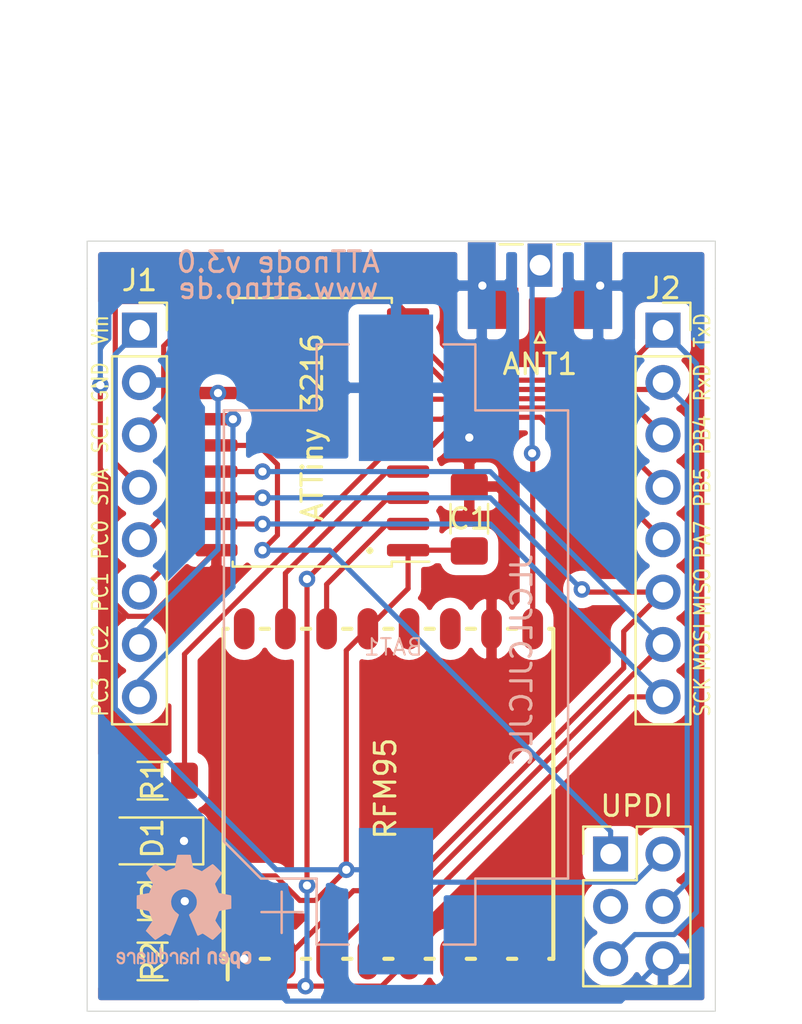
<source format=kicad_pcb>
(kicad_pcb (version 20171130) (host pcbnew 5.1.8)

  (general
    (thickness 1.6)
    (drawings 26)
    (tracks 165)
    (zones 0)
    (modules 13)
    (nets 29)
  )

  (page A4)
  (layers
    (0 F.Cu signal)
    (31 B.Cu signal)
    (32 B.Adhes user)
    (33 F.Adhes user)
    (34 B.Paste user)
    (35 F.Paste user)
    (36 B.SilkS user)
    (37 F.SilkS user)
    (38 B.Mask user)
    (39 F.Mask user)
    (40 Dwgs.User user)
    (41 Cmts.User user)
    (42 Eco1.User user)
    (43 Eco2.User user)
    (44 Edge.Cuts user)
    (45 Margin user)
    (46 B.CrtYd user)
    (47 F.CrtYd user)
    (48 B.Fab user)
    (49 F.Fab user)
  )

  (setup
    (last_trace_width 0.25)
    (trace_clearance 0.2)
    (zone_clearance 0.508)
    (zone_45_only no)
    (trace_min 0.2)
    (via_size 0.8)
    (via_drill 0.4)
    (via_min_size 0.4)
    (via_min_drill 0.3)
    (uvia_size 0.3)
    (uvia_drill 0.1)
    (uvias_allowed no)
    (uvia_min_size 0.2)
    (uvia_min_drill 0.1)
    (edge_width 0.05)
    (segment_width 0.2)
    (pcb_text_width 0.3)
    (pcb_text_size 1.5 1.5)
    (mod_edge_width 0.12)
    (mod_text_size 1 1)
    (mod_text_width 0.15)
    (pad_size 1 1)
    (pad_drill 0)
    (pad_to_mask_clearance 0)
    (aux_axis_origin 0 0)
    (visible_elements FFFFFF7F)
    (pcbplotparams
      (layerselection 0x010fc_ffffffff)
      (usegerberextensions true)
      (usegerberattributes true)
      (usegerberadvancedattributes true)
      (creategerberjobfile true)
      (excludeedgelayer true)
      (linewidth 0.100000)
      (plotframeref false)
      (viasonmask false)
      (mode 1)
      (useauxorigin false)
      (hpglpennumber 1)
      (hpglpenspeed 20)
      (hpglpendiameter 15.000000)
      (psnegative false)
      (psa4output false)
      (plotreference true)
      (plotvalue true)
      (plotinvisibletext false)
      (padsonsilk false)
      (subtractmaskfromsilk false)
      (outputformat 1)
      (mirror false)
      (drillshape 0)
      (scaleselection 1)
      (outputdirectory "Gerber_v3/"))
  )

  (net 0 "")
  (net 1 "Net-(ANT1-Pad1)")
  (net 2 GND)
  (net 3 +3V3)
  (net 4 "Net-(D1-Pad2)")
  (net 5 PB0)
  (net 6 PB1)
  (net 7 PC0)
  (net 8 PC1)
  (net 9 PC2)
  (net 10 PC3)
  (net 11 SCK)
  (net 12 MOSI)
  (net 13 MISO)
  (net 14 PA7)
  (net 15 PB5)
  (net 16 PB4)
  (net 17 PB3)
  (net 18 PB2)
  (net 19 RST)
  (net 20 "Net-(PRG1-Pad3)")
  (net 21 NSS)
  (net 22 "Net-(RFM95-Pad6)")
  (net 23 "Net-(RFM95-Pad7)")
  (net 24 "Net-(RFM95-Pad11)")
  (net 25 "Net-(RFM95-Pad12)")
  (net 26 DIO0)
  (net 27 DIO1)
  (net 28 "Net-(RFM95-Pad16)")

  (net_class Default "Dies ist die voreingestellte Netzklasse."
    (clearance 0.2)
    (trace_width 0.25)
    (via_dia 0.8)
    (via_drill 0.4)
    (uvia_dia 0.3)
    (uvia_drill 0.1)
    (add_net +3V3)
    (add_net DIO0)
    (add_net DIO1)
    (add_net GND)
    (add_net MISO)
    (add_net MOSI)
    (add_net NSS)
    (add_net "Net-(ANT1-Pad1)")
    (add_net "Net-(D1-Pad2)")
    (add_net "Net-(PRG1-Pad3)")
    (add_net "Net-(RFM95-Pad11)")
    (add_net "Net-(RFM95-Pad12)")
    (add_net "Net-(RFM95-Pad16)")
    (add_net "Net-(RFM95-Pad6)")
    (add_net "Net-(RFM95-Pad7)")
    (add_net PA7)
    (add_net PB0)
    (add_net PB1)
    (add_net PB2)
    (add_net PB3)
    (add_net PB4)
    (add_net PB5)
    (add_net PC0)
    (add_net PC1)
    (add_net PC2)
    (add_net PC3)
    (add_net RST)
    (add_net SCK)
  )

  (module Symbol:OSHW-Logo2_7.3x6mm_SilkScreen (layer B.Cu) (tedit 0) (tstamp 5FB1DA54)
    (at 60.579 73.914 180)
    (descr "Open Source Hardware Symbol")
    (tags "Logo Symbol OSHW")
    (attr virtual)
    (fp_text reference OSHW (at 0 0) (layer B.SilkS) hide
      (effects (font (size 1 1) (thickness 0.15)) (justify mirror))
    )
    (fp_text value OSHW-Logo2_7.3x6mm_SilkScreen (at 0.75 0) (layer B.Fab) hide
      (effects (font (size 1 1) (thickness 0.15)) (justify mirror))
    )
    (fp_poly (pts (xy 0.10391 2.757652) (xy 0.182454 2.757222) (xy 0.239298 2.756058) (xy 0.278105 2.753793)
      (xy 0.302538 2.75006) (xy 0.316262 2.744494) (xy 0.32294 2.736727) (xy 0.326236 2.726395)
      (xy 0.326556 2.725057) (xy 0.331562 2.700921) (xy 0.340829 2.653299) (xy 0.353392 2.587259)
      (xy 0.368287 2.507872) (xy 0.384551 2.420204) (xy 0.385119 2.417125) (xy 0.40141 2.331211)
      (xy 0.416652 2.255304) (xy 0.429861 2.193955) (xy 0.440054 2.151718) (xy 0.446248 2.133145)
      (xy 0.446543 2.132816) (xy 0.464788 2.123747) (xy 0.502405 2.108633) (xy 0.551271 2.090738)
      (xy 0.551543 2.090642) (xy 0.613093 2.067507) (xy 0.685657 2.038035) (xy 0.754057 2.008403)
      (xy 0.757294 2.006938) (xy 0.868702 1.956374) (xy 1.115399 2.12484) (xy 1.191077 2.176197)
      (xy 1.259631 2.222111) (xy 1.317088 2.25997) (xy 1.359476 2.287163) (xy 1.382825 2.301079)
      (xy 1.385042 2.302111) (xy 1.40201 2.297516) (xy 1.433701 2.275345) (xy 1.481352 2.234553)
      (xy 1.546198 2.174095) (xy 1.612397 2.109773) (xy 1.676214 2.046388) (xy 1.733329 1.988549)
      (xy 1.780305 1.939825) (xy 1.813703 1.90379) (xy 1.830085 1.884016) (xy 1.830694 1.882998)
      (xy 1.832505 1.869428) (xy 1.825683 1.847267) (xy 1.80854 1.813522) (xy 1.779393 1.7652)
      (xy 1.736555 1.699308) (xy 1.679448 1.614483) (xy 1.628766 1.539823) (xy 1.583461 1.47286)
      (xy 1.54615 1.417484) (xy 1.519452 1.37758) (xy 1.505985 1.357038) (xy 1.505137 1.355644)
      (xy 1.506781 1.335962) (xy 1.519245 1.297707) (xy 1.540048 1.248111) (xy 1.547462 1.232272)
      (xy 1.579814 1.16171) (xy 1.614328 1.081647) (xy 1.642365 1.012371) (xy 1.662568 0.960955)
      (xy 1.678615 0.921881) (xy 1.687888 0.901459) (xy 1.689041 0.899886) (xy 1.706096 0.897279)
      (xy 1.746298 0.890137) (xy 1.804302 0.879477) (xy 1.874763 0.866315) (xy 1.952335 0.851667)
      (xy 2.031672 0.836551) (xy 2.107431 0.821982) (xy 2.174264 0.808978) (xy 2.226828 0.798555)
      (xy 2.259776 0.79173) (xy 2.267857 0.789801) (xy 2.276205 0.785038) (xy 2.282506 0.774282)
      (xy 2.287045 0.753902) (xy 2.290104 0.720266) (xy 2.291967 0.669745) (xy 2.292918 0.598708)
      (xy 2.29324 0.503524) (xy 2.293257 0.464508) (xy 2.293257 0.147201) (xy 2.217057 0.132161)
      (xy 2.174663 0.124005) (xy 2.1114 0.112101) (xy 2.034962 0.097884) (xy 1.953043 0.08279)
      (xy 1.9304 0.078645) (xy 1.854806 0.063947) (xy 1.788953 0.049495) (xy 1.738366 0.036625)
      (xy 1.708574 0.026678) (xy 1.703612 0.023713) (xy 1.691426 0.002717) (xy 1.673953 -0.037967)
      (xy 1.654577 -0.090322) (xy 1.650734 -0.1016) (xy 1.625339 -0.171523) (xy 1.593817 -0.250418)
      (xy 1.562969 -0.321266) (xy 1.562817 -0.321595) (xy 1.511447 -0.432733) (xy 1.680399 -0.681253)
      (xy 1.849352 -0.929772) (xy 1.632429 -1.147058) (xy 1.566819 -1.211726) (xy 1.506979 -1.268733)
      (xy 1.456267 -1.315033) (xy 1.418046 -1.347584) (xy 1.395675 -1.363343) (xy 1.392466 -1.364343)
      (xy 1.373626 -1.356469) (xy 1.33518 -1.334578) (xy 1.28133 -1.301267) (xy 1.216276 -1.259131)
      (xy 1.14594 -1.211943) (xy 1.074555 -1.16381) (xy 1.010908 -1.121928) (xy 0.959041 -1.088871)
      (xy 0.922995 -1.067218) (xy 0.906867 -1.059543) (xy 0.887189 -1.066037) (xy 0.849875 -1.08315)
      (xy 0.802621 -1.107326) (xy 0.797612 -1.110013) (xy 0.733977 -1.141927) (xy 0.690341 -1.157579)
      (xy 0.663202 -1.157745) (xy 0.649057 -1.143204) (xy 0.648975 -1.143) (xy 0.641905 -1.125779)
      (xy 0.625042 -1.084899) (xy 0.599695 -1.023525) (xy 0.567171 -0.944819) (xy 0.528778 -0.851947)
      (xy 0.485822 -0.748072) (xy 0.444222 -0.647502) (xy 0.398504 -0.536516) (xy 0.356526 -0.433703)
      (xy 0.319548 -0.342215) (xy 0.288827 -0.265201) (xy 0.265622 -0.205815) (xy 0.25119 -0.167209)
      (xy 0.246743 -0.1528) (xy 0.257896 -0.136272) (xy 0.287069 -0.10993) (xy 0.325971 -0.080887)
      (xy 0.436757 0.010961) (xy 0.523351 0.116241) (xy 0.584716 0.232734) (xy 0.619815 0.358224)
      (xy 0.627608 0.490493) (xy 0.621943 0.551543) (xy 0.591078 0.678205) (xy 0.53792 0.790059)
      (xy 0.465767 0.885999) (xy 0.377917 0.964924) (xy 0.277665 1.02573) (xy 0.16831 1.067313)
      (xy 0.053147 1.088572) (xy -0.064525 1.088401) (xy -0.18141 1.065699) (xy -0.294211 1.019362)
      (xy -0.399631 0.948287) (xy -0.443632 0.908089) (xy -0.528021 0.804871) (xy -0.586778 0.692075)
      (xy -0.620296 0.57299) (xy -0.628965 0.450905) (xy -0.613177 0.329107) (xy -0.573322 0.210884)
      (xy -0.509793 0.099525) (xy -0.422979 -0.001684) (xy -0.325971 -0.080887) (xy -0.285563 -0.111162)
      (xy -0.257018 -0.137219) (xy -0.246743 -0.152825) (xy -0.252123 -0.169843) (xy -0.267425 -0.2105)
      (xy -0.291388 -0.271642) (xy -0.322756 -0.350119) (xy -0.360268 -0.44278) (xy -0.402667 -0.546472)
      (xy -0.444337 -0.647526) (xy -0.49031 -0.758607) (xy -0.532893 -0.861541) (xy -0.570779 -0.953165)
      (xy -0.60266 -1.030316) (xy -0.627229 -1.089831) (xy -0.64318 -1.128544) (xy -0.64909 -1.143)
      (xy -0.663052 -1.157685) (xy -0.69006 -1.157642) (xy -0.733587 -1.142099) (xy -0.79711 -1.110284)
      (xy -0.797612 -1.110013) (xy -0.84544 -1.085323) (xy -0.884103 -1.067338) (xy -0.905905 -1.059614)
      (xy -0.906867 -1.059543) (xy -0.923279 -1.067378) (xy -0.959513 -1.089165) (xy -1.011526 -1.122328)
      (xy -1.075275 -1.164291) (xy -1.14594 -1.211943) (xy -1.217884 -1.260191) (xy -1.282726 -1.302151)
      (xy -1.336265 -1.335227) (xy -1.374303 -1.356821) (xy -1.392467 -1.364343) (xy -1.409192 -1.354457)
      (xy -1.44282 -1.326826) (xy -1.48999 -1.284495) (xy -1.547342 -1.230505) (xy -1.611516 -1.167899)
      (xy -1.632503 -1.146983) (xy -1.849501 -0.929623) (xy -1.684332 -0.68722) (xy -1.634136 -0.612781)
      (xy -1.590081 -0.545972) (xy -1.554638 -0.490665) (xy -1.530281 -0.450729) (xy -1.519478 -0.430036)
      (xy -1.519162 -0.428563) (xy -1.524857 -0.409058) (xy -1.540174 -0.369822) (xy -1.562463 -0.31743)
      (xy -1.578107 -0.282355) (xy -1.607359 -0.215201) (xy -1.634906 -0.147358) (xy -1.656263 -0.090034)
      (xy -1.662065 -0.072572) (xy -1.678548 -0.025938) (xy -1.69466 0.010095) (xy -1.70351 0.023713)
      (xy -1.72304 0.032048) (xy -1.765666 0.043863) (xy -1.825855 0.057819) (xy -1.898078 0.072578)
      (xy -1.9304 0.078645) (xy -2.012478 0.093727) (xy -2.091205 0.108331) (xy -2.158891 0.12102)
      (xy -2.20784 0.130358) (xy -2.217057 0.132161) (xy -2.293257 0.147201) (xy -2.293257 0.464508)
      (xy -2.293086 0.568846) (xy -2.292384 0.647787) (xy -2.290866 0.704962) (xy -2.288251 0.744001)
      (xy -2.284254 0.768535) (xy -2.278591 0.782195) (xy -2.27098 0.788611) (xy -2.267857 0.789801)
      (xy -2.249022 0.79402) (xy -2.207412 0.802438) (xy -2.14837 0.814039) (xy -2.077243 0.827805)
      (xy -1.999375 0.84272) (xy -1.920113 0.857768) (xy -1.844802 0.871931) (xy -1.778787 0.884194)
      (xy -1.727413 0.893539) (xy -1.696025 0.89895) (xy -1.689041 0.899886) (xy -1.682715 0.912404)
      (xy -1.66871 0.945754) (xy -1.649645 0.993623) (xy -1.642366 1.012371) (xy -1.613004 1.084805)
      (xy -1.578429 1.16483) (xy -1.547463 1.232272) (xy -1.524677 1.283841) (xy -1.509518 1.326215)
      (xy -1.504458 1.352166) (xy -1.505264 1.355644) (xy -1.515959 1.372064) (xy -1.54038 1.408583)
      (xy -1.575905 1.461313) (xy -1.619913 1.526365) (xy -1.669783 1.599849) (xy -1.679644 1.614355)
      (xy -1.737508 1.700296) (xy -1.780044 1.765739) (xy -1.808946 1.813696) (xy -1.82591 1.84718)
      (xy -1.832633 1.869205) (xy -1.83081 1.882783) (xy -1.830764 1.882869) (xy -1.816414 1.900703)
      (xy -1.784677 1.935183) (xy -1.73899 1.982732) (xy -1.682796 2.039778) (xy -1.619532 2.102745)
      (xy -1.612398 2.109773) (xy -1.53267 2.18698) (xy -1.471143 2.24367) (xy -1.426579 2.28089)
      (xy -1.397743 2.299685) (xy -1.385042 2.302111) (xy -1.366506 2.291529) (xy -1.328039 2.267084)
      (xy -1.273614 2.231388) (xy -1.207202 2.187053) (xy -1.132775 2.136689) (xy -1.115399 2.12484)
      (xy -0.868703 1.956374) (xy -0.757294 2.006938) (xy -0.689543 2.036405) (xy -0.616817 2.066041)
      (xy -0.554297 2.08967) (xy -0.551543 2.090642) (xy -0.50264 2.108543) (xy -0.464943 2.12368)
      (xy -0.446575 2.13279) (xy -0.446544 2.132816) (xy -0.440715 2.149283) (xy -0.430808 2.189781)
      (xy -0.417805 2.249758) (xy -0.402691 2.32466) (xy -0.386448 2.409936) (xy -0.385119 2.417125)
      (xy -0.368825 2.504986) (xy -0.353867 2.58474) (xy -0.341209 2.651319) (xy -0.331814 2.699653)
      (xy -0.326646 2.724675) (xy -0.326556 2.725057) (xy -0.323411 2.735701) (xy -0.317296 2.743738)
      (xy -0.304547 2.749533) (xy -0.2815 2.753453) (xy -0.244491 2.755865) (xy -0.189856 2.757135)
      (xy -0.113933 2.757629) (xy -0.013056 2.757714) (xy 0 2.757714) (xy 0.10391 2.757652)) (layer B.SilkS) (width 0.01))
    (fp_poly (pts (xy 3.153595 -1.966966) (xy 3.211021 -2.004497) (xy 3.238719 -2.038096) (xy 3.260662 -2.099064)
      (xy 3.262405 -2.147308) (xy 3.258457 -2.211816) (xy 3.109686 -2.276934) (xy 3.037349 -2.310202)
      (xy 2.990084 -2.336964) (xy 2.965507 -2.360144) (xy 2.961237 -2.382667) (xy 2.974889 -2.407455)
      (xy 2.989943 -2.423886) (xy 3.033746 -2.450235) (xy 3.081389 -2.452081) (xy 3.125145 -2.431546)
      (xy 3.157289 -2.390752) (xy 3.163038 -2.376347) (xy 3.190576 -2.331356) (xy 3.222258 -2.312182)
      (xy 3.265714 -2.295779) (xy 3.265714 -2.357966) (xy 3.261872 -2.400283) (xy 3.246823 -2.435969)
      (xy 3.21528 -2.476943) (xy 3.210592 -2.482267) (xy 3.175506 -2.51872) (xy 3.145347 -2.538283)
      (xy 3.107615 -2.547283) (xy 3.076335 -2.55023) (xy 3.020385 -2.550965) (xy 2.980555 -2.54166)
      (xy 2.955708 -2.527846) (xy 2.916656 -2.497467) (xy 2.889625 -2.464613) (xy 2.872517 -2.423294)
      (xy 2.863238 -2.367521) (xy 2.859693 -2.291305) (xy 2.85941 -2.252622) (xy 2.860372 -2.206247)
      (xy 2.948007 -2.206247) (xy 2.949023 -2.231126) (xy 2.951556 -2.2352) (xy 2.968274 -2.229665)
      (xy 3.004249 -2.215017) (xy 3.052331 -2.19419) (xy 3.062386 -2.189714) (xy 3.123152 -2.158814)
      (xy 3.156632 -2.131657) (xy 3.16399 -2.10622) (xy 3.146391 -2.080481) (xy 3.131856 -2.069109)
      (xy 3.07941 -2.046364) (xy 3.030322 -2.050122) (xy 2.989227 -2.077884) (xy 2.960758 -2.127152)
      (xy 2.951631 -2.166257) (xy 2.948007 -2.206247) (xy 2.860372 -2.206247) (xy 2.861285 -2.162249)
      (xy 2.868196 -2.095384) (xy 2.881884 -2.046695) (xy 2.904096 -2.010849) (xy 2.936574 -1.982513)
      (xy 2.950733 -1.973355) (xy 3.015053 -1.949507) (xy 3.085473 -1.948006) (xy 3.153595 -1.966966)) (layer B.SilkS) (width 0.01))
    (fp_poly (pts (xy 2.6526 -1.958752) (xy 2.669948 -1.966334) (xy 2.711356 -1.999128) (xy 2.746765 -2.046547)
      (xy 2.768664 -2.097151) (xy 2.772229 -2.122098) (xy 2.760279 -2.156927) (xy 2.734067 -2.175357)
      (xy 2.705964 -2.186516) (xy 2.693095 -2.188572) (xy 2.686829 -2.173649) (xy 2.674456 -2.141175)
      (xy 2.669028 -2.126502) (xy 2.63859 -2.075744) (xy 2.59452 -2.050427) (xy 2.53801 -2.051206)
      (xy 2.533825 -2.052203) (xy 2.503655 -2.066507) (xy 2.481476 -2.094393) (xy 2.466327 -2.139287)
      (xy 2.45725 -2.204615) (xy 2.453286 -2.293804) (xy 2.452914 -2.341261) (xy 2.45273 -2.416071)
      (xy 2.451522 -2.467069) (xy 2.448309 -2.499471) (xy 2.442109 -2.518495) (xy 2.43194 -2.529356)
      (xy 2.416819 -2.537272) (xy 2.415946 -2.53767) (xy 2.386828 -2.549981) (xy 2.372403 -2.554514)
      (xy 2.370186 -2.540809) (xy 2.368289 -2.502925) (xy 2.366847 -2.445715) (xy 2.365998 -2.374027)
      (xy 2.365829 -2.321565) (xy 2.366692 -2.220047) (xy 2.37007 -2.143032) (xy 2.377142 -2.086023)
      (xy 2.389088 -2.044526) (xy 2.40709 -2.014043) (xy 2.432327 -1.99008) (xy 2.457247 -1.973355)
      (xy 2.517171 -1.951097) (xy 2.586911 -1.946076) (xy 2.6526 -1.958752)) (layer B.SilkS) (width 0.01))
    (fp_poly (pts (xy 2.144876 -1.956335) (xy 2.186667 -1.975344) (xy 2.219469 -1.998378) (xy 2.243503 -2.024133)
      (xy 2.260097 -2.057358) (xy 2.270577 -2.1028) (xy 2.276271 -2.165207) (xy 2.278507 -2.249327)
      (xy 2.278743 -2.304721) (xy 2.278743 -2.520826) (xy 2.241774 -2.53767) (xy 2.212656 -2.549981)
      (xy 2.198231 -2.554514) (xy 2.195472 -2.541025) (xy 2.193282 -2.504653) (xy 2.191942 -2.451542)
      (xy 2.191657 -2.409372) (xy 2.190434 -2.348447) (xy 2.187136 -2.300115) (xy 2.182321 -2.270518)
      (xy 2.178496 -2.264229) (xy 2.152783 -2.270652) (xy 2.112418 -2.287125) (xy 2.065679 -2.309458)
      (xy 2.020845 -2.333457) (xy 1.986193 -2.35493) (xy 1.970002 -2.369685) (xy 1.969938 -2.369845)
      (xy 1.97133 -2.397152) (xy 1.983818 -2.423219) (xy 2.005743 -2.444392) (xy 2.037743 -2.451474)
      (xy 2.065092 -2.450649) (xy 2.103826 -2.450042) (xy 2.124158 -2.459116) (xy 2.136369 -2.483092)
      (xy 2.137909 -2.487613) (xy 2.143203 -2.521806) (xy 2.129047 -2.542568) (xy 2.092148 -2.552462)
      (xy 2.052289 -2.554292) (xy 1.980562 -2.540727) (xy 1.943432 -2.521355) (xy 1.897576 -2.475845)
      (xy 1.873256 -2.419983) (xy 1.871073 -2.360957) (xy 1.891629 -2.305953) (xy 1.922549 -2.271486)
      (xy 1.95342 -2.252189) (xy 2.001942 -2.227759) (xy 2.058485 -2.202985) (xy 2.06791 -2.199199)
      (xy 2.130019 -2.171791) (xy 2.165822 -2.147634) (xy 2.177337 -2.123619) (xy 2.16658 -2.096635)
      (xy 2.148114 -2.075543) (xy 2.104469 -2.049572) (xy 2.056446 -2.047624) (xy 2.012406 -2.067637)
      (xy 1.980709 -2.107551) (xy 1.976549 -2.117848) (xy 1.952327 -2.155724) (xy 1.916965 -2.183842)
      (xy 1.872343 -2.206917) (xy 1.872343 -2.141485) (xy 1.874969 -2.101506) (xy 1.88623 -2.069997)
      (xy 1.911199 -2.036378) (xy 1.935169 -2.010484) (xy 1.972441 -1.973817) (xy 2.001401 -1.954121)
      (xy 2.032505 -1.94622) (xy 2.067713 -1.944914) (xy 2.144876 -1.956335)) (layer B.SilkS) (width 0.01))
    (fp_poly (pts (xy 1.779833 -1.958663) (xy 1.782048 -1.99685) (xy 1.783784 -2.054886) (xy 1.784899 -2.12818)
      (xy 1.785257 -2.205055) (xy 1.785257 -2.465196) (xy 1.739326 -2.511127) (xy 1.707675 -2.539429)
      (xy 1.67989 -2.550893) (xy 1.641915 -2.550168) (xy 1.62684 -2.548321) (xy 1.579726 -2.542948)
      (xy 1.540756 -2.539869) (xy 1.531257 -2.539585) (xy 1.499233 -2.541445) (xy 1.453432 -2.546114)
      (xy 1.435674 -2.548321) (xy 1.392057 -2.551735) (xy 1.362745 -2.54432) (xy 1.33368 -2.521427)
      (xy 1.323188 -2.511127) (xy 1.277257 -2.465196) (xy 1.277257 -1.978602) (xy 1.314226 -1.961758)
      (xy 1.346059 -1.949282) (xy 1.364683 -1.944914) (xy 1.369458 -1.958718) (xy 1.373921 -1.997286)
      (xy 1.377775 -2.056356) (xy 1.380722 -2.131663) (xy 1.382143 -2.195286) (xy 1.386114 -2.445657)
      (xy 1.420759 -2.450556) (xy 1.452268 -2.447131) (xy 1.467708 -2.436041) (xy 1.472023 -2.415308)
      (xy 1.475708 -2.371145) (xy 1.478469 -2.309146) (xy 1.480012 -2.234909) (xy 1.480235 -2.196706)
      (xy 1.480457 -1.976783) (xy 1.526166 -1.960849) (xy 1.558518 -1.950015) (xy 1.576115 -1.944962)
      (xy 1.576623 -1.944914) (xy 1.578388 -1.958648) (xy 1.580329 -1.99673) (xy 1.582282 -2.054482)
      (xy 1.584084 -2.127227) (xy 1.585343 -2.195286) (xy 1.589314 -2.445657) (xy 1.6764 -2.445657)
      (xy 1.680396 -2.21724) (xy 1.684392 -1.988822) (xy 1.726847 -1.966868) (xy 1.758192 -1.951793)
      (xy 1.776744 -1.944951) (xy 1.777279 -1.944914) (xy 1.779833 -1.958663)) (layer B.SilkS) (width 0.01))
    (fp_poly (pts (xy 1.190117 -2.065358) (xy 1.189933 -2.173837) (xy 1.189219 -2.257287) (xy 1.187675 -2.319704)
      (xy 1.185001 -2.365085) (xy 1.180894 -2.397429) (xy 1.175055 -2.420733) (xy 1.167182 -2.438995)
      (xy 1.161221 -2.449418) (xy 1.111855 -2.505945) (xy 1.049264 -2.541377) (xy 0.980013 -2.55409)
      (xy 0.910668 -2.542463) (xy 0.869375 -2.521568) (xy 0.826025 -2.485422) (xy 0.796481 -2.441276)
      (xy 0.778655 -2.383462) (xy 0.770463 -2.306313) (xy 0.769302 -2.249714) (xy 0.769458 -2.245647)
      (xy 0.870857 -2.245647) (xy 0.871476 -2.31055) (xy 0.874314 -2.353514) (xy 0.88084 -2.381622)
      (xy 0.892523 -2.401953) (xy 0.906483 -2.417288) (xy 0.953365 -2.44689) (xy 1.003701 -2.449419)
      (xy 1.051276 -2.424705) (xy 1.054979 -2.421356) (xy 1.070783 -2.403935) (xy 1.080693 -2.383209)
      (xy 1.086058 -2.352362) (xy 1.088228 -2.304577) (xy 1.088571 -2.251748) (xy 1.087827 -2.185381)
      (xy 1.084748 -2.141106) (xy 1.078061 -2.112009) (xy 1.066496 -2.091173) (xy 1.057013 -2.080107)
      (xy 1.01296 -2.052198) (xy 0.962224 -2.048843) (xy 0.913796 -2.070159) (xy 0.90445 -2.078073)
      (xy 0.88854 -2.095647) (xy 0.87861 -2.116587) (xy 0.873278 -2.147782) (xy 0.871163 -2.196122)
      (xy 0.870857 -2.245647) (xy 0.769458 -2.245647) (xy 0.77281 -2.158568) (xy 0.784726 -2.090086)
      (xy 0.807135 -2.0386) (xy 0.842124 -1.998443) (xy 0.869375 -1.977861) (xy 0.918907 -1.955625)
      (xy 0.976316 -1.945304) (xy 1.029682 -1.948067) (xy 1.059543 -1.959212) (xy 1.071261 -1.962383)
      (xy 1.079037 -1.950557) (xy 1.084465 -1.918866) (xy 1.088571 -1.870593) (xy 1.093067 -1.816829)
      (xy 1.099313 -1.784482) (xy 1.110676 -1.765985) (xy 1.130528 -1.75377) (xy 1.143 -1.748362)
      (xy 1.190171 -1.728601) (xy 1.190117 -2.065358)) (layer B.SilkS) (width 0.01))
    (fp_poly (pts (xy 0.529926 -1.949755) (xy 0.595858 -1.974084) (xy 0.649273 -2.017117) (xy 0.670164 -2.047409)
      (xy 0.692939 -2.102994) (xy 0.692466 -2.143186) (xy 0.668562 -2.170217) (xy 0.659717 -2.174813)
      (xy 0.62153 -2.189144) (xy 0.602028 -2.185472) (xy 0.595422 -2.161407) (xy 0.595086 -2.148114)
      (xy 0.582992 -2.09921) (xy 0.551471 -2.064999) (xy 0.507659 -2.048476) (xy 0.458695 -2.052634)
      (xy 0.418894 -2.074227) (xy 0.40545 -2.086544) (xy 0.395921 -2.101487) (xy 0.389485 -2.124075)
      (xy 0.385317 -2.159328) (xy 0.382597 -2.212266) (xy 0.380502 -2.287907) (xy 0.37996 -2.311857)
      (xy 0.377981 -2.39379) (xy 0.375731 -2.451455) (xy 0.372357 -2.489608) (xy 0.367006 -2.513004)
      (xy 0.358824 -2.526398) (xy 0.346959 -2.534545) (xy 0.339362 -2.538144) (xy 0.307102 -2.550452)
      (xy 0.288111 -2.554514) (xy 0.281836 -2.540948) (xy 0.278006 -2.499934) (xy 0.2766 -2.430999)
      (xy 0.277598 -2.333669) (xy 0.277908 -2.318657) (xy 0.280101 -2.229859) (xy 0.282693 -2.165019)
      (xy 0.286382 -2.119067) (xy 0.291864 -2.086935) (xy 0.299835 -2.063553) (xy 0.310993 -2.043852)
      (xy 0.31683 -2.03541) (xy 0.350296 -1.998057) (xy 0.387727 -1.969003) (xy 0.392309 -1.966467)
      (xy 0.459426 -1.946443) (xy 0.529926 -1.949755)) (layer B.SilkS) (width 0.01))
    (fp_poly (pts (xy 0.039744 -1.950968) (xy 0.096616 -1.972087) (xy 0.097267 -1.972493) (xy 0.13244 -1.99838)
      (xy 0.158407 -2.028633) (xy 0.17667 -2.068058) (xy 0.188732 -2.121462) (xy 0.196096 -2.193651)
      (xy 0.200264 -2.289432) (xy 0.200629 -2.303078) (xy 0.205876 -2.508842) (xy 0.161716 -2.531678)
      (xy 0.129763 -2.54711) (xy 0.11047 -2.554423) (xy 0.109578 -2.554514) (xy 0.106239 -2.541022)
      (xy 0.103587 -2.504626) (xy 0.101956 -2.451452) (xy 0.1016 -2.408393) (xy 0.101592 -2.338641)
      (xy 0.098403 -2.294837) (xy 0.087288 -2.273944) (xy 0.063501 -2.272925) (xy 0.022296 -2.288741)
      (xy -0.039914 -2.317815) (xy -0.085659 -2.341963) (xy -0.109187 -2.362913) (xy -0.116104 -2.385747)
      (xy -0.116114 -2.386877) (xy -0.104701 -2.426212) (xy -0.070908 -2.447462) (xy -0.019191 -2.450539)
      (xy 0.018061 -2.450006) (xy 0.037703 -2.460735) (xy 0.049952 -2.486505) (xy 0.057002 -2.519337)
      (xy 0.046842 -2.537966) (xy 0.043017 -2.540632) (xy 0.007001 -2.55134) (xy -0.043434 -2.552856)
      (xy -0.095374 -2.545759) (xy -0.132178 -2.532788) (xy -0.183062 -2.489585) (xy -0.211986 -2.429446)
      (xy -0.217714 -2.382462) (xy -0.213343 -2.340082) (xy -0.197525 -2.305488) (xy -0.166203 -2.274763)
      (xy -0.115322 -2.24399) (xy -0.040824 -2.209252) (xy -0.036286 -2.207288) (xy 0.030821 -2.176287)
      (xy 0.072232 -2.150862) (xy 0.089981 -2.128014) (xy 0.086107 -2.104745) (xy 0.062643 -2.078056)
      (xy 0.055627 -2.071914) (xy 0.00863 -2.0481) (xy -0.040067 -2.049103) (xy -0.082478 -2.072451)
      (xy -0.110616 -2.115675) (xy -0.113231 -2.12416) (xy -0.138692 -2.165308) (xy -0.170999 -2.185128)
      (xy -0.217714 -2.20477) (xy -0.217714 -2.15395) (xy -0.203504 -2.080082) (xy -0.161325 -2.012327)
      (xy -0.139376 -1.989661) (xy -0.089483 -1.960569) (xy -0.026033 -1.9474) (xy 0.039744 -1.950968)) (layer B.SilkS) (width 0.01))
    (fp_poly (pts (xy -0.624114 -1.851289) (xy -0.619861 -1.910613) (xy -0.614975 -1.945572) (xy -0.608205 -1.96082)
      (xy -0.598298 -1.961015) (xy -0.595086 -1.959195) (xy -0.552356 -1.946015) (xy -0.496773 -1.946785)
      (xy -0.440263 -1.960333) (xy -0.404918 -1.977861) (xy -0.368679 -2.005861) (xy -0.342187 -2.037549)
      (xy -0.324001 -2.077813) (xy -0.312678 -2.131543) (xy -0.306778 -2.203626) (xy -0.304857 -2.298951)
      (xy -0.304823 -2.317237) (xy -0.3048 -2.522646) (xy -0.350509 -2.53858) (xy -0.382973 -2.54942)
      (xy -0.400785 -2.554468) (xy -0.401309 -2.554514) (xy -0.403063 -2.540828) (xy -0.404556 -2.503076)
      (xy -0.405674 -2.446224) (xy -0.406303 -2.375234) (xy -0.4064 -2.332073) (xy -0.406602 -2.246973)
      (xy -0.407642 -2.185981) (xy -0.410169 -2.144177) (xy -0.414836 -2.116642) (xy -0.422293 -2.098456)
      (xy -0.433189 -2.084698) (xy -0.439993 -2.078073) (xy -0.486728 -2.051375) (xy -0.537728 -2.049375)
      (xy -0.583999 -2.071955) (xy -0.592556 -2.080107) (xy -0.605107 -2.095436) (xy -0.613812 -2.113618)
      (xy -0.619369 -2.139909) (xy -0.622474 -2.179562) (xy -0.623824 -2.237832) (xy -0.624114 -2.318173)
      (xy -0.624114 -2.522646) (xy -0.669823 -2.53858) (xy -0.702287 -2.54942) (xy -0.720099 -2.554468)
      (xy -0.720623 -2.554514) (xy -0.721963 -2.540623) (xy -0.723172 -2.501439) (xy -0.724199 -2.4407)
      (xy -0.724998 -2.362141) (xy -0.725519 -2.269498) (xy -0.725714 -2.166509) (xy -0.725714 -1.769342)
      (xy -0.678543 -1.749444) (xy -0.631371 -1.729547) (xy -0.624114 -1.851289)) (layer B.SilkS) (width 0.01))
    (fp_poly (pts (xy -1.831697 -1.931239) (xy -1.774473 -1.969735) (xy -1.730251 -2.025335) (xy -1.703833 -2.096086)
      (xy -1.69849 -2.148162) (xy -1.699097 -2.169893) (xy -1.704178 -2.186531) (xy -1.718145 -2.201437)
      (xy -1.745411 -2.217973) (xy -1.790388 -2.239498) (xy -1.857489 -2.269374) (xy -1.857829 -2.269524)
      (xy -1.919593 -2.297813) (xy -1.970241 -2.322933) (xy -2.004596 -2.342179) (xy -2.017482 -2.352848)
      (xy -2.017486 -2.352934) (xy -2.006128 -2.376166) (xy -1.979569 -2.401774) (xy -1.949077 -2.420221)
      (xy -1.93363 -2.423886) (xy -1.891485 -2.411212) (xy -1.855192 -2.379471) (xy -1.837483 -2.344572)
      (xy -1.820448 -2.318845) (xy -1.787078 -2.289546) (xy -1.747851 -2.264235) (xy -1.713244 -2.250471)
      (xy -1.706007 -2.249714) (xy -1.697861 -2.26216) (xy -1.69737 -2.293972) (xy -1.703357 -2.336866)
      (xy -1.714643 -2.382558) (xy -1.73005 -2.422761) (xy -1.730829 -2.424322) (xy -1.777196 -2.489062)
      (xy -1.837289 -2.533097) (xy -1.905535 -2.554711) (xy -1.976362 -2.552185) (xy -2.044196 -2.523804)
      (xy -2.047212 -2.521808) (xy -2.100573 -2.473448) (xy -2.13566 -2.410352) (xy -2.155078 -2.327387)
      (xy -2.157684 -2.304078) (xy -2.162299 -2.194055) (xy -2.156767 -2.142748) (xy -2.017486 -2.142748)
      (xy -2.015676 -2.174753) (xy -2.005778 -2.184093) (xy -1.981102 -2.177105) (xy -1.942205 -2.160587)
      (xy -1.898725 -2.139881) (xy -1.897644 -2.139333) (xy -1.860791 -2.119949) (xy -1.846 -2.107013)
      (xy -1.849647 -2.093451) (xy -1.865005 -2.075632) (xy -1.904077 -2.049845) (xy -1.946154 -2.04795)
      (xy -1.983897 -2.066717) (xy -2.009966 -2.102915) (xy -2.017486 -2.142748) (xy -2.156767 -2.142748)
      (xy -2.152806 -2.106027) (xy -2.12845 -2.036212) (xy -2.094544 -1.987302) (xy -2.033347 -1.937878)
      (xy -1.965937 -1.913359) (xy -1.89712 -1.911797) (xy -1.831697 -1.931239)) (layer B.SilkS) (width 0.01))
    (fp_poly (pts (xy -2.958885 -1.921962) (xy -2.890855 -1.957733) (xy -2.840649 -2.015301) (xy -2.822815 -2.052312)
      (xy -2.808937 -2.107882) (xy -2.801833 -2.178096) (xy -2.80116 -2.254727) (xy -2.806573 -2.329552)
      (xy -2.81773 -2.394342) (xy -2.834286 -2.440873) (xy -2.839374 -2.448887) (xy -2.899645 -2.508707)
      (xy -2.971231 -2.544535) (xy -3.048908 -2.55502) (xy -3.127452 -2.53881) (xy -3.149311 -2.529092)
      (xy -3.191878 -2.499143) (xy -3.229237 -2.459433) (xy -3.232768 -2.454397) (xy -3.247119 -2.430124)
      (xy -3.256606 -2.404178) (xy -3.26221 -2.370022) (xy -3.264914 -2.321119) (xy -3.265701 -2.250935)
      (xy -3.265714 -2.2352) (xy -3.265678 -2.230192) (xy -3.120571 -2.230192) (xy -3.119727 -2.29643)
      (xy -3.116404 -2.340386) (xy -3.109417 -2.368779) (xy -3.097584 -2.388325) (xy -3.091543 -2.394857)
      (xy -3.056814 -2.41968) (xy -3.023097 -2.418548) (xy -2.989005 -2.397016) (xy -2.968671 -2.374029)
      (xy -2.956629 -2.340478) (xy -2.949866 -2.287569) (xy -2.949402 -2.281399) (xy -2.948248 -2.185513)
      (xy -2.960312 -2.114299) (xy -2.98543 -2.068194) (xy -3.02344 -2.047635) (xy -3.037008 -2.046514)
      (xy -3.072636 -2.052152) (xy -3.097006 -2.071686) (xy -3.111907 -2.109042) (xy -3.119125 -2.16815)
      (xy -3.120571 -2.230192) (xy -3.265678 -2.230192) (xy -3.265174 -2.160413) (xy -3.262904 -2.108159)
      (xy -3.257932 -2.071949) (xy -3.249287 -2.045299) (xy -3.235995 -2.021722) (xy -3.233057 -2.017338)
      (xy -3.183687 -1.958249) (xy -3.129891 -1.923947) (xy -3.064398 -1.910331) (xy -3.042158 -1.909665)
      (xy -2.958885 -1.921962)) (layer B.SilkS) (width 0.01))
    (fp_poly (pts (xy -1.283907 -1.92778) (xy -1.237328 -1.954723) (xy -1.204943 -1.981466) (xy -1.181258 -2.009484)
      (xy -1.164941 -2.043748) (xy -1.154661 -2.089227) (xy -1.149086 -2.150892) (xy -1.146884 -2.233711)
      (xy -1.146629 -2.293246) (xy -1.146629 -2.512391) (xy -1.208314 -2.540044) (xy -1.27 -2.567697)
      (xy -1.277257 -2.32767) (xy -1.280256 -2.238028) (xy -1.283402 -2.172962) (xy -1.287299 -2.128026)
      (xy -1.292553 -2.09877) (xy -1.299769 -2.080748) (xy -1.30955 -2.069511) (xy -1.312688 -2.067079)
      (xy -1.360239 -2.048083) (xy -1.408303 -2.0556) (xy -1.436914 -2.075543) (xy -1.448553 -2.089675)
      (xy -1.456609 -2.10822) (xy -1.461729 -2.136334) (xy -1.464559 -2.179173) (xy -1.465744 -2.241895)
      (xy -1.465943 -2.307261) (xy -1.465982 -2.389268) (xy -1.467386 -2.447316) (xy -1.472086 -2.486465)
      (xy -1.482013 -2.51178) (xy -1.499097 -2.528323) (xy -1.525268 -2.541156) (xy -1.560225 -2.554491)
      (xy -1.598404 -2.569007) (xy -1.593859 -2.311389) (xy -1.592029 -2.218519) (xy -1.589888 -2.149889)
      (xy -1.586819 -2.100711) (xy -1.582206 -2.066198) (xy -1.575432 -2.041562) (xy -1.565881 -2.022016)
      (xy -1.554366 -2.00477) (xy -1.49881 -1.94968) (xy -1.43102 -1.917822) (xy -1.357287 -1.910191)
      (xy -1.283907 -1.92778)) (layer B.SilkS) (width 0.01))
    (fp_poly (pts (xy -2.400256 -1.919918) (xy -2.344799 -1.947568) (xy -2.295852 -1.99848) (xy -2.282371 -2.017338)
      (xy -2.267686 -2.042015) (xy -2.258158 -2.068816) (xy -2.252707 -2.104587) (xy -2.250253 -2.156169)
      (xy -2.249714 -2.224267) (xy -2.252148 -2.317588) (xy -2.260606 -2.387657) (xy -2.276826 -2.439931)
      (xy -2.302546 -2.479869) (xy -2.339503 -2.512929) (xy -2.342218 -2.514886) (xy -2.37864 -2.534908)
      (xy -2.422498 -2.544815) (xy -2.478276 -2.547257) (xy -2.568952 -2.547257) (xy -2.56899 -2.635283)
      (xy -2.569834 -2.684308) (xy -2.574976 -2.713065) (xy -2.588413 -2.730311) (xy -2.614142 -2.744808)
      (xy -2.620321 -2.747769) (xy -2.649236 -2.761648) (xy -2.671624 -2.770414) (xy -2.688271 -2.771171)
      (xy -2.699964 -2.761023) (xy -2.70749 -2.737073) (xy -2.711634 -2.696426) (xy -2.713185 -2.636186)
      (xy -2.712929 -2.553455) (xy -2.711651 -2.445339) (xy -2.711252 -2.413) (xy -2.709815 -2.301524)
      (xy -2.708528 -2.228603) (xy -2.569029 -2.228603) (xy -2.568245 -2.290499) (xy -2.56476 -2.330997)
      (xy -2.556876 -2.357708) (xy -2.542895 -2.378244) (xy -2.533403 -2.38826) (xy -2.494596 -2.417567)
      (xy -2.460237 -2.419952) (xy -2.424784 -2.39575) (xy -2.423886 -2.394857) (xy -2.409461 -2.376153)
      (xy -2.400687 -2.350732) (xy -2.396261 -2.311584) (xy -2.394882 -2.251697) (xy -2.394857 -2.23843)
      (xy -2.398188 -2.155901) (xy -2.409031 -2.098691) (xy -2.42866 -2.063766) (xy -2.45835 -2.048094)
      (xy -2.475509 -2.046514) (xy -2.516234 -2.053926) (xy -2.544168 -2.07833) (xy -2.560983 -2.12298)
      (xy -2.56835 -2.19113) (xy -2.569029 -2.228603) (xy -2.708528 -2.228603) (xy -2.708292 -2.215245)
      (xy -2.706323 -2.150333) (xy -2.70355 -2.102958) (xy -2.699612 -2.06929) (xy -2.694151 -2.045498)
      (xy -2.686808 -2.027753) (xy -2.677223 -2.012224) (xy -2.673113 -2.006381) (xy -2.618595 -1.951185)
      (xy -2.549664 -1.91989) (xy -2.469928 -1.911165) (xy -2.400256 -1.919918)) (layer B.SilkS) (width 0.01))
  )

  (module SMA_Multi:SMA_Edge_UFL_Combo (layer F.Cu) (tedit 5FB1220E) (tstamp 5FB1928C)
    (at 77.851 43.561 180)
    (descr "Connector SMA, 0Hz to 20GHz, 50Ohm, Edge Mount (http://suddendocs.samtec.com/prints/sma-j-p-x-st-em1-mkt.pdf)")
    (tags "SMA Straight Samtec Edge Mount")
    (path /5D699DFD)
    (attr smd)
    (fp_text reference ANT1 (at 0 -3.81 180) (layer F.SilkS)
      (effects (font (size 1 1) (thickness 0.15)))
    )
    (fp_text value Antenna (at 0 13) (layer F.Fab)
      (effects (font (size 1 1) (thickness 0.15)))
    )
    (fp_line (start -0.25 -2.76) (end 0 -2.26) (layer F.SilkS) (width 0.12))
    (fp_line (start 0.25 -2.76) (end -0.25 -2.76) (layer F.SilkS) (width 0.12))
    (fp_line (start 0 -2.26) (end 0.25 -2.76) (layer F.SilkS) (width 0.12))
    (fp_line (start 0 3.1) (end -0.64 2.1) (layer F.Fab) (width 0.1))
    (fp_line (start 0.64 2.1) (end 0 3.1) (layer F.Fab) (width 0.1))
    (fp_line (start 4 2.6) (end 4 -2.6) (layer F.CrtYd) (width 0.05))
    (fp_line (start 3.68 12.12) (end -3.68 12.12) (layer F.CrtYd) (width 0.05))
    (fp_line (start -4 2.6) (end -4 -2.6) (layer F.CrtYd) (width 0.05))
    (fp_line (start -4 -2.6) (end 4 -2.6) (layer F.CrtYd) (width 0.05))
    (fp_line (start 4 2.6) (end 4 -2.6) (layer B.CrtYd) (width 0.05))
    (fp_line (start 3.68 12.12) (end -3.68 12.12) (layer B.CrtYd) (width 0.05))
    (fp_line (start -4 2.6) (end -4 -2.6) (layer B.CrtYd) (width 0.05))
    (fp_line (start -4 -2.6) (end 4 -2.6) (layer B.CrtYd) (width 0.05))
    (fp_line (start 3.165 11.62) (end -3.165 11.62) (layer F.Fab) (width 0.1))
    (fp_line (start 3.175 -1.71) (end 3.175 11.62) (layer F.Fab) (width 0.1))
    (fp_line (start 3.175 -1.71) (end 2.365 -1.71) (layer F.Fab) (width 0.1))
    (fp_line (start 2.365 -1.71) (end 2.365 2.1) (layer F.Fab) (width 0.1))
    (fp_line (start 2.365 2.1) (end -2.365 2.1) (layer F.Fab) (width 0.1))
    (fp_line (start -2.365 2.1) (end -2.365 -1.71) (layer F.Fab) (width 0.1))
    (fp_line (start -2.365 -1.71) (end -3.175 -1.71) (layer F.Fab) (width 0.1))
    (fp_line (start -3.175 -1.71) (end -3.175 11.62) (layer F.Fab) (width 0.1))
    (fp_line (start 4.1 2.1) (end -4.1 2.1) (layer Dwgs.User) (width 0.1))
    (fp_line (start -3.68 2.6) (end -4 2.6) (layer F.CrtYd) (width 0.05))
    (fp_line (start -3.68 12.12) (end -3.68 2.6) (layer F.CrtYd) (width 0.05))
    (fp_line (start 3.68 2.6) (end 4 2.6) (layer F.CrtYd) (width 0.05))
    (fp_line (start 3.68 2.6) (end 3.68 12.12) (layer F.CrtYd) (width 0.05))
    (fp_line (start -3.68 2.6) (end -4 2.6) (layer B.CrtYd) (width 0.05))
    (fp_line (start -3.68 12.12) (end -3.68 2.6) (layer B.CrtYd) (width 0.05))
    (fp_line (start 4 2.6) (end 3.68 2.6) (layer B.CrtYd) (width 0.05))
    (fp_line (start 3.68 2.6) (end 3.68 12.12) (layer B.CrtYd) (width 0.05))
    (fp_line (start -1.95 2) (end -0.84 2) (layer F.SilkS) (width 0.12))
    (fp_line (start 0.84 2) (end 1.95 2) (layer F.SilkS) (width 0.12))
    (fp_text user %R (at 0 4.79 180) (layer F.Fab) hide
      (effects (font (size 1 1) (thickness 0.15)))
    )
    (fp_text user "PCB Edge" (at 0 2.6) (layer Dwgs.User)
      (effects (font (size 0.5 0.5) (thickness 0.1)))
    )
    (pad 2 smd custom (at -3.00228 -1.6002 180) (size 1 1) (layers F.Cu F.Paste F.Mask)
      (net 2 GND) (zone_connect 0)
      (options (clearance outline) (anchor rect))
      (primitives
        (gr_poly (pts
           (xy -0.5 -0.5) (xy 1.95 -0.5) (xy 1.95 1.5) (xy 0.85 1.5) (xy 0.85 3.7)
           (xy -0.5 3.7)) (width 0))
      ))
    (pad 2 smd custom (at 1.5494 -1.6002 180) (size 1 1) (layers F.Cu F.Paste F.Mask)
      (net 2 GND) (zone_connect 0)
      (options (clearance outline) (anchor rect))
      (primitives
        (gr_poly (pts
           (xy -0.5 -0.5) (xy 1.95 -0.5) (xy 1.95 3.7) (xy 0.6 3.7) (xy 0.6 1.5)
           (xy -0.5 1.5)) (width 0))
      ))
    (pad 2 smd rect (at -2.825 0 180) (size 1.35 4.2) (layers B.Cu B.Paste B.Mask)
      (net 2 GND))
    (pad 2 smd rect (at 2.825 0 180) (size 1.35 4.2) (layers B.Cu B.Paste B.Mask)
      (net 2 GND))
    (pad 1 thru_hole rect (at 0 0.9906 180) (size 1.2 2.1) (drill 1) (layers *.Cu *.Mask)
      (net 1 "Net-(ANT1-Pad1)"))
    (model ${KISYS3DMOD}/Connector_Coaxial.3dshapes/SMA_Samtec_SMA-J-P-X-ST-EM1_EdgeMount.wrl
      (at (xyz 0 0 0))
      (scale (xyz 1 1 1))
      (rotate (xyz 0 0 0))
    )
  )

  (module battery_holder:BatteryHolder_Keystone_1060_1x2032_Long_Pad (layer B.Cu) (tedit 5E2D666C) (tstamp 5FB192CA)
    (at 70.866 60.96 90)
    (descr http://www.keyelco.com/product-pdf.cfm?p=726)
    (tags "CR2032 BR2032 BatteryHolder Battery")
    (path /5D6F40EE)
    (attr smd)
    (fp_text reference BAT1 (at -0.127 -0.127) (layer B.SilkS)
      (effects (font (size 0.8 0.8) (thickness 0.1)) (justify mirror))
    )
    (fp_text value Battery_Cell (at 0 11.75 -90) (layer B.Fab)
      (effects (font (size 1 1) (thickness 0.15)) (justify mirror))
    )
    (fp_circle (center 0 0) (end -10.2 0) (layer Dwgs.User) (width 0.3))
    (fp_line (start 11 -8) (end -9.4 -8) (layer B.Fab) (width 0.1))
    (fp_line (start 11 8) (end -11 8) (layer B.Fab) (width 0.1))
    (fp_line (start 11 -8) (end 11 -3.5) (layer B.Fab) (width 0.1))
    (fp_line (start 11 8) (end 11 3.5) (layer B.Fab) (width 0.1))
    (fp_line (start -11 8) (end -11 3.5) (layer B.Fab) (width 0.1))
    (fp_line (start -11 -6.4) (end -11 -3.5) (layer B.Fab) (width 0.1))
    (fp_line (start -11 -3.5) (end -14.2 -3.5) (layer B.Fab) (width 0.1))
    (fp_line (start -14.2 -3.5) (end -14.2 3.5) (layer B.Fab) (width 0.1))
    (fp_line (start -14.2 3.5) (end -11 3.5) (layer B.Fab) (width 0.1))
    (fp_line (start 11 -3.5) (end 14.2 -3.5) (layer B.Fab) (width 0.1))
    (fp_line (start 14.2 -3.5) (end 14.2 3.5) (layer B.Fab) (width 0.1))
    (fp_line (start 14.2 3.5) (end 11 3.5) (layer B.Fab) (width 0.1))
    (fp_line (start -9.4 -8) (end -11 -6.4) (layer B.Fab) (width 0.1))
    (fp_line (start 11.35 -3.85) (end 14.55 -3.85) (layer B.SilkS) (width 0.12))
    (fp_line (start 14.55 -3.85) (end 14.55 -2.3) (layer B.SilkS) (width 0.12))
    (fp_line (start 11.35 -8.35) (end 11.35 -3.85) (layer B.SilkS) (width 0.12))
    (fp_line (start 11.35 -8.35) (end -9.55 -8.35) (layer B.SilkS) (width 0.12))
    (fp_line (start -11.35 -6.55) (end -11.35 -3.85) (layer B.SilkS) (width 0.12))
    (fp_line (start -9.55 -8.35) (end -11.35 -6.55) (layer B.SilkS) (width 0.12))
    (fp_line (start -11.35 -3.85) (end -14.55 -3.85) (layer B.SilkS) (width 0.12))
    (fp_line (start -14.55 -3.85) (end -14.55 -2.3) (layer B.SilkS) (width 0.12))
    (fp_line (start -11.35 3.85) (end -14.55 3.85) (layer B.SilkS) (width 0.12))
    (fp_line (start -14.55 3.85) (end -14.55 2.3) (layer B.SilkS) (width 0.12))
    (fp_line (start 11.35 3.85) (end 14.55 3.85) (layer B.SilkS) (width 0.12))
    (fp_line (start 14.55 3.85) (end 14.55 2.3) (layer B.SilkS) (width 0.12))
    (fp_line (start -11.35 8.35) (end 11.35 8.35) (layer B.SilkS) (width 0.12))
    (fp_line (start -11.35 8.35) (end -11.35 3.85) (layer B.SilkS) (width 0.12))
    (fp_line (start 11.35 8.35) (end 11.35 3.85) (layer B.SilkS) (width 0.12))
    (fp_line (start 11.5 -8.5) (end 6.5 -8.5) (layer B.CrtYd) (width 0.05))
    (fp_line (start -6.5 -8.5) (end -11.5 -8.5) (layer B.CrtYd) (width 0.05))
    (fp_line (start -11.5 -4) (end -11.5 -8.5) (layer B.CrtYd) (width 0.05))
    (fp_line (start -14.7 -4) (end -11.5 -4) (layer B.CrtYd) (width 0.05))
    (fp_line (start -14.7 -4) (end -14.7 -2.3) (layer B.CrtYd) (width 0.05))
    (fp_line (start -14.7 -2.3) (end -16.45 -2.3) (layer B.CrtYd) (width 0.05))
    (fp_line (start -16.45 -2.3) (end -16.45 2.3) (layer B.CrtYd) (width 0.05))
    (fp_line (start -14.7 2.3) (end -16.45 2.3) (layer B.CrtYd) (width 0.05))
    (fp_line (start -14.7 2.3) (end -14.7 4) (layer B.CrtYd) (width 0.05))
    (fp_line (start -14.7 4) (end -11.5 4) (layer B.CrtYd) (width 0.05))
    (fp_line (start -11.5 4) (end -11.5 8.5) (layer B.CrtYd) (width 0.05))
    (fp_line (start -11.5 8.5) (end -6.5 8.5) (layer B.CrtYd) (width 0.05))
    (fp_line (start 11.5 8.5) (end 11.5 4) (layer B.CrtYd) (width 0.05))
    (fp_line (start 11.5 4) (end 14.7 4) (layer B.CrtYd) (width 0.05))
    (fp_line (start 14.7 4) (end 14.7 2.3) (layer B.CrtYd) (width 0.05))
    (fp_line (start 14.7 2.3) (end 16.45 2.3) (layer B.CrtYd) (width 0.05))
    (fp_line (start 16.45 2.3) (end 16.45 -2.3) (layer B.CrtYd) (width 0.05))
    (fp_line (start 16.45 -2.3) (end 14.7 -2.3) (layer B.CrtYd) (width 0.05))
    (fp_line (start 14.7 -2.3) (end 14.7 -4) (layer B.CrtYd) (width 0.05))
    (fp_line (start 14.7 -4) (end 11.5 -4) (layer B.CrtYd) (width 0.05))
    (fp_line (start 11.5 -4) (end 11.5 -8.5) (layer B.CrtYd) (width 0.05))
    (fp_line (start 11.5 8.5) (end 6.5 8.5) (layer B.CrtYd) (width 0.05))
    (fp_line (start -12.97432 -4.5278) (end -12.97432 -6.5278) (layer B.SilkS) (width 0.12))
    (fp_line (start -11.98524 -5.54736) (end -13.98524 -5.54736) (layer B.SilkS) (width 0.12))
    (fp_arc (start 0 0) (end -6.5 -8.5) (angle 74.81070976) (layer B.CrtYd) (width 0.05))
    (fp_arc (start 0 0) (end 6.5 8.5) (angle 74.81070976) (layer B.CrtYd) (width 0.05))
    (fp_text user BAT (at 0 0 -90) (layer B.Fab) hide
      (effects (font (size 1 1) (thickness 0.15)) (justify mirror))
    )
    (pad 2 smd rect (at 12.446 0 270) (size 7.1 3.6) (layers B.Cu B.Paste B.Mask)
      (net 2 GND))
    (pad 1 smd rect (at -12.446 0 270) (size 7.1 3.6) (layers B.Cu B.Paste B.Mask)
      (net 3 +3V3))
    (model ${KISYS3DMOD}/Battery.3dshapes/BatteryHolder_Keystone_1060_1x2032.wrl
      (at (xyz 0 0 0))
      (scale (xyz 1 1 1))
      (rotate (xyz 0 0 0))
    )
  )

  (module Capacitor_SMD:C_1206_3216Metric_Pad1.33x1.80mm_HandSolder (layer F.Cu) (tedit 5F68FEEF) (tstamp 5FB192DB)
    (at 74.422 54.864 90)
    (descr "Capacitor SMD 1206 (3216 Metric), square (rectangular) end terminal, IPC_7351 nominal with elongated pad for handsoldering. (Body size source: IPC-SM-782 page 76, https://www.pcb-3d.com/wordpress/wp-content/uploads/ipc-sm-782a_amendment_1_and_2.pdf), generated with kicad-footprint-generator")
    (tags "capacitor handsolder")
    (path /5D696543)
    (attr smd)
    (fp_text reference C1 (at 0 0 180) (layer F.SilkS)
      (effects (font (size 1 1) (thickness 0.15)))
    )
    (fp_text value 100n (at 0 1.85 90) (layer F.Fab)
      (effects (font (size 1 1) (thickness 0.15)))
    )
    (fp_line (start -1.6 0.8) (end -1.6 -0.8) (layer F.Fab) (width 0.1))
    (fp_line (start -1.6 -0.8) (end 1.6 -0.8) (layer F.Fab) (width 0.1))
    (fp_line (start 1.6 -0.8) (end 1.6 0.8) (layer F.Fab) (width 0.1))
    (fp_line (start 1.6 0.8) (end -1.6 0.8) (layer F.Fab) (width 0.1))
    (fp_line (start -0.711252 -0.91) (end 0.711252 -0.91) (layer F.SilkS) (width 0.12))
    (fp_line (start -0.711252 0.91) (end 0.711252 0.91) (layer F.SilkS) (width 0.12))
    (fp_line (start -2.48 1.15) (end -2.48 -1.15) (layer F.CrtYd) (width 0.05))
    (fp_line (start -2.48 -1.15) (end 2.48 -1.15) (layer F.CrtYd) (width 0.05))
    (fp_line (start 2.48 -1.15) (end 2.48 1.15) (layer F.CrtYd) (width 0.05))
    (fp_line (start 2.48 1.15) (end -2.48 1.15) (layer F.CrtYd) (width 0.05))
    (fp_text user %R (at 0 0 90) (layer F.Fab)
      (effects (font (size 0.8 0.8) (thickness 0.12)))
    )
    (pad 1 smd roundrect (at -1.5625 0 90) (size 1.325 1.8) (layers F.Cu F.Paste F.Mask) (roundrect_rratio 0.1886769811320755)
      (net 3 +3V3))
    (pad 2 smd roundrect (at 1.5625 0 90) (size 1.325 1.8) (layers F.Cu F.Paste F.Mask) (roundrect_rratio 0.1886769811320755)
      (net 2 GND))
    (model ${KISYS3DMOD}/Capacitor_SMD.3dshapes/C_1206_3216Metric.wrl
      (at (xyz 0 0 0))
      (scale (xyz 1 1 1))
      (rotate (xyz 0 0 0))
    )
  )

  (module Capacitor_SMD:C_1206_3216Metric_Pad1.33x1.80mm_HandSolder (layer F.Cu) (tedit 5F68FEEF) (tstamp 5FB1A2B1)
    (at 59.055 73.406)
    (descr "Capacitor SMD 1206 (3216 Metric), square (rectangular) end terminal, IPC_7351 nominal with elongated pad for handsoldering. (Body size source: IPC-SM-782 page 76, https://www.pcb-3d.com/wordpress/wp-content/uploads/ipc-sm-782a_amendment_1_and_2.pdf), generated with kicad-footprint-generator")
    (tags "capacitor handsolder")
    (path /5D694E97)
    (attr smd)
    (fp_text reference C2 (at 0 0 90) (layer F.SilkS)
      (effects (font (size 1 1) (thickness 0.15)))
    )
    (fp_text value 100n (at 0 1.85) (layer F.Fab)
      (effects (font (size 1 1) (thickness 0.15)))
    )
    (fp_line (start 2.48 1.15) (end -2.48 1.15) (layer F.CrtYd) (width 0.05))
    (fp_line (start 2.48 -1.15) (end 2.48 1.15) (layer F.CrtYd) (width 0.05))
    (fp_line (start -2.48 -1.15) (end 2.48 -1.15) (layer F.CrtYd) (width 0.05))
    (fp_line (start -2.48 1.15) (end -2.48 -1.15) (layer F.CrtYd) (width 0.05))
    (fp_line (start -0.711252 0.91) (end 0.711252 0.91) (layer F.SilkS) (width 0.12))
    (fp_line (start -0.711252 -0.91) (end 0.711252 -0.91) (layer F.SilkS) (width 0.12))
    (fp_line (start 1.6 0.8) (end -1.6 0.8) (layer F.Fab) (width 0.1))
    (fp_line (start 1.6 -0.8) (end 1.6 0.8) (layer F.Fab) (width 0.1))
    (fp_line (start -1.6 -0.8) (end 1.6 -0.8) (layer F.Fab) (width 0.1))
    (fp_line (start -1.6 0.8) (end -1.6 -0.8) (layer F.Fab) (width 0.1))
    (fp_text user %R (at 0 0) (layer F.Fab)
      (effects (font (size 0.8 0.8) (thickness 0.12)))
    )
    (pad 2 smd roundrect (at 1.5625 0) (size 1.325 1.8) (layers F.Cu F.Paste F.Mask) (roundrect_rratio 0.1886769811320755)
      (net 2 GND))
    (pad 1 smd roundrect (at -1.5625 0) (size 1.325 1.8) (layers F.Cu F.Paste F.Mask) (roundrect_rratio 0.1886769811320755)
      (net 3 +3V3))
    (model ${KISYS3DMOD}/Capacitor_SMD.3dshapes/C_1206_3216Metric.wrl
      (at (xyz 0 0 0))
      (scale (xyz 1 1 1))
      (rotate (xyz 0 0 0))
    )
  )

  (module LED_SMD:LED_1206_3216Metric_Pad1.42x1.75mm_HandSolder (layer F.Cu) (tedit 5F68FEF1) (tstamp 5FB192FF)
    (at 59.055 70.485 180)
    (descr "LED SMD 1206 (3216 Metric), square (rectangular) end terminal, IPC_7351 nominal, (Body size source: http://www.tortai-tech.com/upload/download/2011102023233369053.pdf), generated with kicad-footprint-generator")
    (tags "LED handsolder")
    (path /5D67F14D)
    (attr smd)
    (fp_text reference D1 (at 0 0.127 90) (layer F.SilkS)
      (effects (font (size 1 1) (thickness 0.15)))
    )
    (fp_text value LED (at 0 1.82) (layer F.Fab)
      (effects (font (size 1 1) (thickness 0.15)))
    )
    (fp_line (start 1.6 -0.8) (end -1.2 -0.8) (layer F.Fab) (width 0.1))
    (fp_line (start -1.2 -0.8) (end -1.6 -0.4) (layer F.Fab) (width 0.1))
    (fp_line (start -1.6 -0.4) (end -1.6 0.8) (layer F.Fab) (width 0.1))
    (fp_line (start -1.6 0.8) (end 1.6 0.8) (layer F.Fab) (width 0.1))
    (fp_line (start 1.6 0.8) (end 1.6 -0.8) (layer F.Fab) (width 0.1))
    (fp_line (start 1.6 -1.135) (end -2.46 -1.135) (layer F.SilkS) (width 0.12))
    (fp_line (start -2.46 -1.135) (end -2.46 1.135) (layer F.SilkS) (width 0.12))
    (fp_line (start -2.46 1.135) (end 1.6 1.135) (layer F.SilkS) (width 0.12))
    (fp_line (start -2.45 1.12) (end -2.45 -1.12) (layer F.CrtYd) (width 0.05))
    (fp_line (start -2.45 -1.12) (end 2.45 -1.12) (layer F.CrtYd) (width 0.05))
    (fp_line (start 2.45 -1.12) (end 2.45 1.12) (layer F.CrtYd) (width 0.05))
    (fp_line (start 2.45 1.12) (end -2.45 1.12) (layer F.CrtYd) (width 0.05))
    (fp_text user %R (at 0 0 180) (layer F.Fab)
      (effects (font (size 0.8 0.8) (thickness 0.12)))
    )
    (pad 1 smd roundrect (at -1.4875 0 180) (size 1.425 1.75) (layers F.Cu F.Paste F.Mask) (roundrect_rratio 0.1754385964912281)
      (net 2 GND))
    (pad 2 smd roundrect (at 1.4875 0 180) (size 1.425 1.75) (layers F.Cu F.Paste F.Mask) (roundrect_rratio 0.1754385964912281)
      (net 4 "Net-(D1-Pad2)"))
    (model ${KISYS3DMOD}/LED_SMD.3dshapes/LED_1206_3216Metric.wrl
      (at (xyz 0 0 0))
      (scale (xyz 1 1 1))
      (rotate (xyz 0 0 0))
    )
  )

  (module Connector_PinSocket_2.54mm:PinSocket_1x08_P2.54mm_Vertical (layer F.Cu) (tedit 5A19A420) (tstamp 5FB1931B)
    (at 58.42 45.72)
    (descr "Through hole straight socket strip, 1x08, 2.54mm pitch, single row (from Kicad 4.0.7), script generated")
    (tags "Through hole socket strip THT 1x08 2.54mm single row")
    (path /5FB1BD31)
    (fp_text reference J1 (at 0 -2.413) (layer F.SilkS)
      (effects (font (size 1 1) (thickness 0.15)))
    )
    (fp_text value Conn_01x08_Male (at 0 20.55) (layer F.Fab)
      (effects (font (size 1 1) (thickness 0.15)))
    )
    (fp_line (start -1.27 -1.27) (end 0.635 -1.27) (layer F.Fab) (width 0.1))
    (fp_line (start 0.635 -1.27) (end 1.27 -0.635) (layer F.Fab) (width 0.1))
    (fp_line (start 1.27 -0.635) (end 1.27 19.05) (layer F.Fab) (width 0.1))
    (fp_line (start 1.27 19.05) (end -1.27 19.05) (layer F.Fab) (width 0.1))
    (fp_line (start -1.27 19.05) (end -1.27 -1.27) (layer F.Fab) (width 0.1))
    (fp_line (start -1.33 1.27) (end 1.33 1.27) (layer F.SilkS) (width 0.12))
    (fp_line (start -1.33 1.27) (end -1.33 19.11) (layer F.SilkS) (width 0.12))
    (fp_line (start -1.33 19.11) (end 1.33 19.11) (layer F.SilkS) (width 0.12))
    (fp_line (start 1.33 1.27) (end 1.33 19.11) (layer F.SilkS) (width 0.12))
    (fp_line (start 1.33 -1.33) (end 1.33 0) (layer F.SilkS) (width 0.12))
    (fp_line (start 0 -1.33) (end 1.33 -1.33) (layer F.SilkS) (width 0.12))
    (fp_line (start -1.8 -1.8) (end 1.75 -1.8) (layer F.CrtYd) (width 0.05))
    (fp_line (start 1.75 -1.8) (end 1.75 19.55) (layer F.CrtYd) (width 0.05))
    (fp_line (start 1.75 19.55) (end -1.8 19.55) (layer F.CrtYd) (width 0.05))
    (fp_line (start -1.8 19.55) (end -1.8 -1.8) (layer F.CrtYd) (width 0.05))
    (fp_text user %R (at 0 8.89 90) (layer F.Fab)
      (effects (font (size 1 1) (thickness 0.15)))
    )
    (pad 1 thru_hole rect (at 0 0) (size 1.7 1.7) (drill 1) (layers *.Cu *.Mask)
      (net 3 +3V3))
    (pad 2 thru_hole oval (at 0 2.54) (size 1.7 1.7) (drill 1) (layers *.Cu *.Mask)
      (net 2 GND))
    (pad 3 thru_hole oval (at 0 5.08) (size 1.7 1.7) (drill 1) (layers *.Cu *.Mask)
      (net 5 PB0))
    (pad 4 thru_hole oval (at 0 7.62) (size 1.7 1.7) (drill 1) (layers *.Cu *.Mask)
      (net 6 PB1))
    (pad 5 thru_hole oval (at 0 10.16) (size 1.7 1.7) (drill 1) (layers *.Cu *.Mask)
      (net 7 PC0))
    (pad 6 thru_hole oval (at 0 12.7) (size 1.7 1.7) (drill 1) (layers *.Cu *.Mask)
      (net 8 PC1))
    (pad 7 thru_hole oval (at 0 15.24) (size 1.7 1.7) (drill 1) (layers *.Cu *.Mask)
      (net 9 PC2))
    (pad 8 thru_hole oval (at 0 17.78) (size 1.7 1.7) (drill 1) (layers *.Cu *.Mask)
      (net 10 PC3))
    (model ${KISYS3DMOD}/Connector_PinSocket_2.54mm.3dshapes/PinSocket_1x08_P2.54mm_Vertical.wrl
      (at (xyz 0 0 0))
      (scale (xyz 1 1 1))
      (rotate (xyz 0 0 0))
    )
  )

  (module Connector_PinSocket_2.54mm:PinSocket_1x08_P2.54mm_Vertical (layer F.Cu) (tedit 5A19A420) (tstamp 5FB19337)
    (at 83.82 45.72)
    (descr "Through hole straight socket strip, 1x08, 2.54mm pitch, single row (from Kicad 4.0.7), script generated")
    (tags "Through hole socket strip THT 1x08 2.54mm single row")
    (path /5FB1C304)
    (fp_text reference J2 (at 0 -2.032) (layer F.SilkS)
      (effects (font (size 1 1) (thickness 0.15)))
    )
    (fp_text value Conn_01x08_Male (at 0 20.55) (layer F.Fab)
      (effects (font (size 1 1) (thickness 0.15)))
    )
    (fp_line (start -1.8 19.55) (end -1.8 -1.8) (layer F.CrtYd) (width 0.05))
    (fp_line (start 1.75 19.55) (end -1.8 19.55) (layer F.CrtYd) (width 0.05))
    (fp_line (start 1.75 -1.8) (end 1.75 19.55) (layer F.CrtYd) (width 0.05))
    (fp_line (start -1.8 -1.8) (end 1.75 -1.8) (layer F.CrtYd) (width 0.05))
    (fp_line (start 0 -1.33) (end 1.33 -1.33) (layer F.SilkS) (width 0.12))
    (fp_line (start 1.33 -1.33) (end 1.33 0) (layer F.SilkS) (width 0.12))
    (fp_line (start 1.33 1.27) (end 1.33 19.11) (layer F.SilkS) (width 0.12))
    (fp_line (start -1.33 19.11) (end 1.33 19.11) (layer F.SilkS) (width 0.12))
    (fp_line (start -1.33 1.27) (end -1.33 19.11) (layer F.SilkS) (width 0.12))
    (fp_line (start -1.33 1.27) (end 1.33 1.27) (layer F.SilkS) (width 0.12))
    (fp_line (start -1.27 19.05) (end -1.27 -1.27) (layer F.Fab) (width 0.1))
    (fp_line (start 1.27 19.05) (end -1.27 19.05) (layer F.Fab) (width 0.1))
    (fp_line (start 1.27 -0.635) (end 1.27 19.05) (layer F.Fab) (width 0.1))
    (fp_line (start 0.635 -1.27) (end 1.27 -0.635) (layer F.Fab) (width 0.1))
    (fp_line (start -1.27 -1.27) (end 0.635 -1.27) (layer F.Fab) (width 0.1))
    (fp_text user %R (at 0 8.89 90) (layer F.Fab)
      (effects (font (size 1 1) (thickness 0.15)))
    )
    (pad 8 thru_hole oval (at 0 17.78) (size 1.7 1.7) (drill 1) (layers *.Cu *.Mask)
      (net 11 SCK))
    (pad 7 thru_hole oval (at 0 15.24) (size 1.7 1.7) (drill 1) (layers *.Cu *.Mask)
      (net 12 MOSI))
    (pad 6 thru_hole oval (at 0 12.7) (size 1.7 1.7) (drill 1) (layers *.Cu *.Mask)
      (net 13 MISO))
    (pad 5 thru_hole oval (at 0 10.16) (size 1.7 1.7) (drill 1) (layers *.Cu *.Mask)
      (net 14 PA7))
    (pad 4 thru_hole oval (at 0 7.62) (size 1.7 1.7) (drill 1) (layers *.Cu *.Mask)
      (net 15 PB5))
    (pad 3 thru_hole oval (at 0 5.08) (size 1.7 1.7) (drill 1) (layers *.Cu *.Mask)
      (net 16 PB4))
    (pad 2 thru_hole oval (at 0 2.54) (size 1.7 1.7) (drill 1) (layers *.Cu *.Mask)
      (net 17 PB3))
    (pad 1 thru_hole rect (at 0 0) (size 1.7 1.7) (drill 1) (layers *.Cu *.Mask)
      (net 18 PB2))
    (model ${KISYS3DMOD}/Connector_PinSocket_2.54mm.3dshapes/PinSocket_1x08_P2.54mm_Vertical.wrl
      (at (xyz 0 0 0))
      (scale (xyz 1 1 1))
      (rotate (xyz 0 0 0))
    )
  )

  (module Connector_PinHeader_2.54mm:PinHeader_2x03_P2.54mm_Vertical (layer F.Cu) (tedit 59FED5CC) (tstamp 5FB19353)
    (at 81.28 71.12)
    (descr "Through hole straight pin header, 2x03, 2.54mm pitch, double rows")
    (tags "Through hole pin header THT 2x03 2.54mm double row")
    (path /5D69C5BF)
    (fp_text reference UPDI (at 1.27 -2.33) (layer F.SilkS)
      (effects (font (size 1 1) (thickness 0.15)))
    )
    (fp_text value PRG (at 1.27 7.41) (layer F.Fab)
      (effects (font (size 1 1) (thickness 0.15)))
    )
    (fp_line (start 0 -1.27) (end 3.81 -1.27) (layer F.Fab) (width 0.1))
    (fp_line (start 3.81 -1.27) (end 3.81 6.35) (layer F.Fab) (width 0.1))
    (fp_line (start 3.81 6.35) (end -1.27 6.35) (layer F.Fab) (width 0.1))
    (fp_line (start -1.27 6.35) (end -1.27 0) (layer F.Fab) (width 0.1))
    (fp_line (start -1.27 0) (end 0 -1.27) (layer F.Fab) (width 0.1))
    (fp_line (start -1.33 6.41) (end 3.87 6.41) (layer F.SilkS) (width 0.12))
    (fp_line (start -1.33 1.27) (end -1.33 6.41) (layer F.SilkS) (width 0.12))
    (fp_line (start 3.87 -1.33) (end 3.87 6.41) (layer F.SilkS) (width 0.12))
    (fp_line (start -1.33 1.27) (end 1.27 1.27) (layer F.SilkS) (width 0.12))
    (fp_line (start 1.27 1.27) (end 1.27 -1.33) (layer F.SilkS) (width 0.12))
    (fp_line (start 1.27 -1.33) (end 3.87 -1.33) (layer F.SilkS) (width 0.12))
    (fp_line (start -1.33 0) (end -1.33 -1.33) (layer F.SilkS) (width 0.12))
    (fp_line (start -1.33 -1.33) (end 0 -1.33) (layer F.SilkS) (width 0.12))
    (fp_line (start -1.8 -1.8) (end -1.8 6.85) (layer F.CrtYd) (width 0.05))
    (fp_line (start -1.8 6.85) (end 4.35 6.85) (layer F.CrtYd) (width 0.05))
    (fp_line (start 4.35 6.85) (end 4.35 -1.8) (layer F.CrtYd) (width 0.05))
    (fp_line (start 4.35 -1.8) (end -1.8 -1.8) (layer F.CrtYd) (width 0.05))
    (fp_text user %R (at 1.27 2.54 90) (layer F.Fab)
      (effects (font (size 1 1) (thickness 0.15)))
    )
    (pad 1 thru_hole rect (at 0 0) (size 1.7 1.7) (drill 1) (layers *.Cu *.Mask)
      (net 19 RST))
    (pad 2 thru_hole oval (at 2.54 0) (size 1.7 1.7) (drill 1) (layers *.Cu *.Mask)
      (net 3 +3V3))
    (pad 3 thru_hole oval (at 0 2.54) (size 1.7 1.7) (drill 1) (layers *.Cu *.Mask)
      (net 20 "Net-(PRG1-Pad3)"))
    (pad 4 thru_hole oval (at 2.54 2.54) (size 1.7 1.7) (drill 1) (layers *.Cu *.Mask)
      (net 17 PB3))
    (pad 5 thru_hole oval (at 0 5.08) (size 1.7 1.7) (drill 1) (layers *.Cu *.Mask)
      (net 18 PB2))
    (pad 6 thru_hole oval (at 2.54 5.08) (size 1.7 1.7) (drill 1) (layers *.Cu *.Mask)
      (net 2 GND))
    (model ${KISYS3DMOD}/Connector_PinHeader_2.54mm.3dshapes/PinHeader_2x03_P2.54mm_Vertical.wrl
      (at (xyz 0 0 0))
      (scale (xyz 1 1 1))
      (rotate (xyz 0 0 0))
    )
  )

  (module Resistor_SMD:R_1206_3216Metric_Pad1.30x1.75mm_HandSolder (layer F.Cu) (tedit 5F68FEEE) (tstamp 5FB19364)
    (at 59.055 67.564)
    (descr "Resistor SMD 1206 (3216 Metric), square (rectangular) end terminal, IPC_7351 nominal with elongated pad for handsoldering. (Body size source: IPC-SM-782 page 72, https://www.pcb-3d.com/wordpress/wp-content/uploads/ipc-sm-782a_amendment_1_and_2.pdf), generated with kicad-footprint-generator")
    (tags "resistor handsolder")
    (path /5D6827F4)
    (attr smd)
    (fp_text reference R1 (at 0 0 90) (layer F.SilkS)
      (effects (font (size 1 1) (thickness 0.15)))
    )
    (fp_text value 100 (at 0 1.82) (layer F.Fab)
      (effects (font (size 1 1) (thickness 0.15)))
    )
    (fp_line (start 2.45 1.12) (end -2.45 1.12) (layer F.CrtYd) (width 0.05))
    (fp_line (start 2.45 -1.12) (end 2.45 1.12) (layer F.CrtYd) (width 0.05))
    (fp_line (start -2.45 -1.12) (end 2.45 -1.12) (layer F.CrtYd) (width 0.05))
    (fp_line (start -2.45 1.12) (end -2.45 -1.12) (layer F.CrtYd) (width 0.05))
    (fp_line (start -0.727064 0.91) (end 0.727064 0.91) (layer F.SilkS) (width 0.12))
    (fp_line (start -0.727064 -0.91) (end 0.727064 -0.91) (layer F.SilkS) (width 0.12))
    (fp_line (start 1.6 0.8) (end -1.6 0.8) (layer F.Fab) (width 0.1))
    (fp_line (start 1.6 -0.8) (end 1.6 0.8) (layer F.Fab) (width 0.1))
    (fp_line (start -1.6 -0.8) (end 1.6 -0.8) (layer F.Fab) (width 0.1))
    (fp_line (start -1.6 0.8) (end -1.6 -0.8) (layer F.Fab) (width 0.1))
    (fp_text user %R (at 0 0) (layer F.Fab)
      (effects (font (size 0.8 0.8) (thickness 0.12)))
    )
    (pad 2 smd roundrect (at 1.55 0) (size 1.3 1.75) (layers F.Cu F.Paste F.Mask) (roundrect_rratio 0.1923069230769231)
      (net 14 PA7))
    (pad 1 smd roundrect (at -1.55 0) (size 1.3 1.75) (layers F.Cu F.Paste F.Mask) (roundrect_rratio 0.1923069230769231)
      (net 4 "Net-(D1-Pad2)"))
    (model ${KISYS3DMOD}/Resistor_SMD.3dshapes/R_1206_3216Metric.wrl
      (at (xyz 0 0 0))
      (scale (xyz 1 1 1))
      (rotate (xyz 0 0 0))
    )
  )

  (module Resistor_SMD:R_1206_3216Metric_Pad1.30x1.75mm_HandSolder (layer F.Cu) (tedit 5F68FEEE) (tstamp 5FB19375)
    (at 59.055 76.327 180)
    (descr "Resistor SMD 1206 (3216 Metric), square (rectangular) end terminal, IPC_7351 nominal with elongated pad for handsoldering. (Body size source: IPC-SM-782 page 72, https://www.pcb-3d.com/wordpress/wp-content/uploads/ipc-sm-782a_amendment_1_and_2.pdf), generated with kicad-footprint-generator")
    (tags "resistor handsolder")
    (path /5E0CABAF)
    (attr smd)
    (fp_text reference R2 (at 0 0 90) (layer F.SilkS)
      (effects (font (size 1 1) (thickness 0.15)))
    )
    (fp_text value 47K (at 0 1.82) (layer F.Fab)
      (effects (font (size 1 1) (thickness 0.15)))
    )
    (fp_line (start -1.6 0.8) (end -1.6 -0.8) (layer F.Fab) (width 0.1))
    (fp_line (start -1.6 -0.8) (end 1.6 -0.8) (layer F.Fab) (width 0.1))
    (fp_line (start 1.6 -0.8) (end 1.6 0.8) (layer F.Fab) (width 0.1))
    (fp_line (start 1.6 0.8) (end -1.6 0.8) (layer F.Fab) (width 0.1))
    (fp_line (start -0.727064 -0.91) (end 0.727064 -0.91) (layer F.SilkS) (width 0.12))
    (fp_line (start -0.727064 0.91) (end 0.727064 0.91) (layer F.SilkS) (width 0.12))
    (fp_line (start -2.45 1.12) (end -2.45 -1.12) (layer F.CrtYd) (width 0.05))
    (fp_line (start -2.45 -1.12) (end 2.45 -1.12) (layer F.CrtYd) (width 0.05))
    (fp_line (start 2.45 -1.12) (end 2.45 1.12) (layer F.CrtYd) (width 0.05))
    (fp_line (start 2.45 1.12) (end -2.45 1.12) (layer F.CrtYd) (width 0.05))
    (fp_text user %R (at 0 0) (layer F.Fab)
      (effects (font (size 0.8 0.8) (thickness 0.12)))
    )
    (pad 1 smd roundrect (at -1.55 0 180) (size 1.3 1.75) (layers F.Cu F.Paste F.Mask) (roundrect_rratio 0.1923069230769231)
      (net 21 NSS))
    (pad 2 smd roundrect (at 1.55 0 180) (size 1.3 1.75) (layers F.Cu F.Paste F.Mask) (roundrect_rratio 0.1923069230769231)
      (net 3 +3V3))
    (model ${KISYS3DMOD}/Resistor_SMD.3dshapes/R_1206_3216Metric.wrl
      (at (xyz 0 0 0))
      (scale (xyz 1 1 1))
      (rotate (xyz 0 0 0))
    )
  )

  (module RFM95:RFM95 (layer F.Cu) (tedit 585E5D4C) (tstamp 5FB1939E)
    (at 63.5 76.2 90)
    (path /5D664943)
    (fp_text reference RFM95 (at 8.255 6.858 90) (layer F.SilkS)
      (effects (font (size 1 1) (thickness 0.15)))
    )
    (fp_text value RFM95W-868S2 (at 13.5 -1.8 90) (layer F.Fab)
      (effects (font (size 1 1) (thickness 0.15)))
    )
    (fp_line (start 0 15) (end 0 14.8) (layer F.SilkS) (width 0.2))
    (fp_line (start 16 15) (end 0 15) (layer F.SilkS) (width 0.2))
    (fp_line (start 16 14.8) (end 16 15) (layer F.SilkS) (width 0.2))
    (fp_line (start 16 12.8) (end 16 13.2) (layer F.SilkS) (width 0.2))
    (fp_line (start 16 10.8) (end 16 11.2) (layer F.SilkS) (width 0.2))
    (fp_line (start 16 8.8) (end 16 9.2) (layer F.SilkS) (width 0.2))
    (fp_line (start 16 6.8) (end 16 7.2) (layer F.SilkS) (width 0.2))
    (fp_line (start 16 4.8) (end 16 5.2) (layer F.SilkS) (width 0.2))
    (fp_line (start 16 2.8) (end 16 3.2) (layer F.SilkS) (width 0.2))
    (fp_line (start 16 0.8) (end 16 1.2) (layer F.SilkS) (width 0.2))
    (fp_line (start 16 -1) (end 16 -0.8) (layer F.SilkS) (width 0.2))
    (fp_line (start 0 12.8) (end 0 13.2) (layer F.SilkS) (width 0.2))
    (fp_line (start 0 -0.8) (end 0 -1) (layer F.SilkS) (width 0.2))
    (fp_line (start -1 -0.8) (end 0 -0.8) (layer F.SilkS) (width 0.2))
    (fp_line (start 0 1.2) (end 0 0.8) (layer F.SilkS) (width 0.2))
    (fp_line (start 0 3.2) (end 0 2.8) (layer F.SilkS) (width 0.2))
    (fp_line (start 0 4.8) (end 0 5.2) (layer F.SilkS) (width 0.2))
    (fp_line (start 0 6.8) (end 0 7.2) (layer F.SilkS) (width 0.2))
    (fp_line (start 0 8.8) (end 0 9.2) (layer F.SilkS) (width 0.2))
    (fp_line (start 0 10.8) (end 0 11.2) (layer F.SilkS) (width 0.2))
    (fp_line (start 0 -1) (end 16 -1) (layer F.SilkS) (width 0.2))
    (pad 1 smd oval (at 0 0 90) (size 2 1) (layers F.Cu F.Paste F.Mask)
      (net 2 GND))
    (pad 2 smd oval (at 0 2 90) (size 2 1) (layers F.Cu F.Paste F.Mask)
      (net 13 MISO))
    (pad 3 smd oval (at 0 4 90) (size 2 1) (layers F.Cu F.Paste F.Mask)
      (net 12 MOSI))
    (pad 4 smd oval (at 0 6 90) (size 2 1) (layers F.Cu F.Paste F.Mask)
      (net 11 SCK))
    (pad 5 smd oval (at 0 8 90) (size 2 1) (layers F.Cu F.Paste F.Mask)
      (net 21 NSS))
    (pad 6 smd oval (at 0 10 90) (size 2 1) (layers F.Cu F.Paste F.Mask)
      (net 22 "Net-(RFM95-Pad6)"))
    (pad 7 smd oval (at 0 12 90) (size 2 1) (layers F.Cu F.Paste F.Mask)
      (net 23 "Net-(RFM95-Pad7)"))
    (pad 8 smd oval (at 0 14 90) (size 2 1) (layers F.Cu F.Paste F.Mask)
      (net 2 GND))
    (pad 9 smd oval (at 16 14 90) (size 2 1) (layers F.Cu F.Paste F.Mask)
      (net 1 "Net-(ANT1-Pad1)"))
    (pad 10 smd oval (at 16 12 90) (size 2 1) (layers F.Cu F.Paste F.Mask)
      (net 2 GND))
    (pad 11 smd oval (at 16 10 90) (size 2 1) (layers F.Cu F.Paste F.Mask)
      (net 24 "Net-(RFM95-Pad11)"))
    (pad 12 smd oval (at 16 8 90) (size 2 1) (layers F.Cu F.Paste F.Mask)
      (net 25 "Net-(RFM95-Pad12)"))
    (pad 13 smd oval (at 16 6 90) (size 2 1) (layers F.Cu F.Paste F.Mask)
      (net 3 +3V3))
    (pad 14 smd oval (at 16 4 90) (size 2 1) (layers F.Cu F.Paste F.Mask)
      (net 26 DIO0))
    (pad 15 smd oval (at 16 2 90) (size 2 1) (layers F.Cu F.Paste F.Mask)
      (net 27 DIO1))
    (pad 16 smd oval (at 16 0 90) (size 2 1) (layers F.Cu F.Paste F.Mask)
      (net 28 "Net-(RFM95-Pad16)"))
  )

  (module Package_SO:SOIC-20W_7.5x12.8mm_P1.27mm (layer F.Cu) (tedit 5D9F72B1) (tstamp 5FB193C9)
    (at 66.802 50.673 180)
    (descr "SOIC, 20 Pin (JEDEC MS-013AC, https://www.analog.com/media/en/package-pcb-resources/package/233848rw_20.pdf), generated with kicad-footprint-generator ipc_gullwing_generator.py")
    (tags "SOIC SO")
    (path /5E9FCA2B)
    (attr smd)
    (fp_text reference "ATTiny 3216" (at 0 0.254 90) (layer F.SilkS)
      (effects (font (size 1 1) (thickness 0.15)))
    )
    (fp_text value ATtiny3216-S (at 0 7.35) (layer F.Fab)
      (effects (font (size 1 1) (thickness 0.15)))
    )
    (fp_line (start 0 6.51) (end 3.86 6.51) (layer F.SilkS) (width 0.12))
    (fp_line (start 3.86 6.51) (end 3.86 6.275) (layer F.SilkS) (width 0.12))
    (fp_line (start 0 6.51) (end -3.86 6.51) (layer F.SilkS) (width 0.12))
    (fp_line (start -3.86 6.51) (end -3.86 6.275) (layer F.SilkS) (width 0.12))
    (fp_line (start 0 -6.51) (end 3.86 -6.51) (layer F.SilkS) (width 0.12))
    (fp_line (start 3.86 -6.51) (end 3.86 -6.275) (layer F.SilkS) (width 0.12))
    (fp_line (start 0 -6.51) (end -3.86 -6.51) (layer F.SilkS) (width 0.12))
    (fp_line (start -3.86 -6.51) (end -3.86 -6.275) (layer F.SilkS) (width 0.12))
    (fp_line (start -3.86 -6.275) (end -5.675 -6.275) (layer F.SilkS) (width 0.12))
    (fp_line (start -2.75 -6.4) (end 3.75 -6.4) (layer F.Fab) (width 0.1))
    (fp_line (start 3.75 -6.4) (end 3.75 6.4) (layer F.Fab) (width 0.1))
    (fp_line (start 3.75 6.4) (end -3.75 6.4) (layer F.Fab) (width 0.1))
    (fp_line (start -3.75 6.4) (end -3.75 -5.4) (layer F.Fab) (width 0.1))
    (fp_line (start -3.75 -5.4) (end -2.75 -6.4) (layer F.Fab) (width 0.1))
    (fp_line (start -5.93 -6.65) (end -5.93 6.65) (layer F.CrtYd) (width 0.05))
    (fp_line (start -5.93 6.65) (end 5.93 6.65) (layer F.CrtYd) (width 0.05))
    (fp_line (start 5.93 6.65) (end 5.93 -6.65) (layer F.CrtYd) (width 0.05))
    (fp_line (start 5.93 -6.65) (end -5.93 -6.65) (layer F.CrtYd) (width 0.05))
    (fp_text user %R (at 0 0) (layer F.Fab)
      (effects (font (size 1 1) (thickness 0.15)))
    )
    (pad 1 smd roundrect (at -4.65 -5.715 180) (size 2.05 0.6) (layers F.Cu F.Paste F.Mask) (roundrect_rratio 0.25)
      (net 3 +3V3))
    (pad 2 smd roundrect (at -4.65 -4.445 180) (size 2.05 0.6) (layers F.Cu F.Paste F.Mask) (roundrect_rratio 0.25)
      (net 26 DIO0))
    (pad 3 smd roundrect (at -4.65 -3.175 180) (size 2.05 0.6) (layers F.Cu F.Paste F.Mask) (roundrect_rratio 0.25)
      (net 21 NSS))
    (pad 4 smd roundrect (at -4.65 -1.905 180) (size 2.05 0.6) (layers F.Cu F.Paste F.Mask) (roundrect_rratio 0.25)
      (net 27 DIO1))
    (pad 5 smd roundrect (at -4.65 -0.635 180) (size 2.05 0.6) (layers F.Cu F.Paste F.Mask) (roundrect_rratio 0.25)
      (net 14 PA7))
    (pad 6 smd roundrect (at -4.65 0.635 180) (size 2.05 0.6) (layers F.Cu F.Paste F.Mask) (roundrect_rratio 0.25)
      (net 15 PB5))
    (pad 7 smd roundrect (at -4.65 1.905 180) (size 2.05 0.6) (layers F.Cu F.Paste F.Mask) (roundrect_rratio 0.25)
      (net 16 PB4))
    (pad 8 smd roundrect (at -4.65 3.175 180) (size 2.05 0.6) (layers F.Cu F.Paste F.Mask) (roundrect_rratio 0.25)
      (net 17 PB3))
    (pad 9 smd roundrect (at -4.65 4.445 180) (size 2.05 0.6) (layers F.Cu F.Paste F.Mask) (roundrect_rratio 0.25)
      (net 18 PB2))
    (pad 10 smd roundrect (at -4.65 5.715 180) (size 2.05 0.6) (layers F.Cu F.Paste F.Mask) (roundrect_rratio 0.25)
      (net 6 PB1))
    (pad 11 smd roundrect (at 4.65 5.715 180) (size 2.05 0.6) (layers F.Cu F.Paste F.Mask) (roundrect_rratio 0.25)
      (net 5 PB0))
    (pad 12 smd roundrect (at 4.65 4.445 180) (size 2.05 0.6) (layers F.Cu F.Paste F.Mask) (roundrect_rratio 0.25)
      (net 7 PC0))
    (pad 13 smd roundrect (at 4.65 3.175 180) (size 2.05 0.6) (layers F.Cu F.Paste F.Mask) (roundrect_rratio 0.25)
      (net 8 PC1))
    (pad 14 smd roundrect (at 4.65 1.905 180) (size 2.05 0.6) (layers F.Cu F.Paste F.Mask) (roundrect_rratio 0.25)
      (net 9 PC2))
    (pad 15 smd roundrect (at 4.65 0.635 180) (size 2.05 0.6) (layers F.Cu F.Paste F.Mask) (roundrect_rratio 0.25)
      (net 10 PC3))
    (pad 16 smd roundrect (at 4.65 -0.635 180) (size 2.05 0.6) (layers F.Cu F.Paste F.Mask) (roundrect_rratio 0.25)
      (net 19 RST))
    (pad 17 smd roundrect (at 4.65 -1.905 180) (size 2.05 0.6) (layers F.Cu F.Paste F.Mask) (roundrect_rratio 0.25)
      (net 12 MOSI))
    (pad 18 smd roundrect (at 4.65 -3.175 180) (size 2.05 0.6) (layers F.Cu F.Paste F.Mask) (roundrect_rratio 0.25)
      (net 13 MISO))
    (pad 19 smd roundrect (at 4.65 -4.445 180) (size 2.05 0.6) (layers F.Cu F.Paste F.Mask) (roundrect_rratio 0.25)
      (net 11 SCK))
    (pad 20 smd roundrect (at 4.65 -5.715 180) (size 2.05 0.6) (layers F.Cu F.Paste F.Mask) (roundrect_rratio 0.25)
      (net 2 GND))
    (model ${KISYS3DMOD}/Package_SO.3dshapes/SOIC-20W_7.5x12.8mm_P1.27mm.wrl
      (at (xyz 0 0 0))
      (scale (xyz 1 1 1))
      (rotate (xyz 0 0 0))
    )
  )

  (gr_text JLCJLCJLCJLC (at 76.962 61.722 90) (layer B.SilkS)
    (effects (font (size 1 1) (thickness 0.15)) (justify mirror))
  )
  (gr_text . (at 69.596 56.007) (layer F.SilkS)
    (effects (font (size 1 1) (thickness 0.25)))
  )
  (gr_text PC3 (at 56.515 63.5 90) (layer F.SilkS)
    (effects (font (size 0.75 0.65) (thickness 0.1)))
  )
  (gr_text PC2 (at 56.515 60.96 90) (layer F.SilkS)
    (effects (font (size 0.75 0.65) (thickness 0.1)))
  )
  (gr_text PC1 (at 56.515 58.42 90) (layer F.SilkS)
    (effects (font (size 0.75 0.65) (thickness 0.1)))
  )
  (gr_text PC0 (at 56.515 55.88 90) (layer F.SilkS)
    (effects (font (size 0.75 0.65) (thickness 0.1)))
  )
  (gr_text SDA (at 56.515 53.34 90) (layer F.SilkS)
    (effects (font (size 0.75 0.65) (thickness 0.1)))
  )
  (gr_text SCL (at 56.515 50.8 90) (layer F.SilkS)
    (effects (font (size 0.75 0.65) (thickness 0.1)))
  )
  (gr_text GND (at 56.515 48.26 90) (layer F.SilkS)
    (effects (font (size 0.75 0.65) (thickness 0.1)))
  )
  (gr_text Vin (at 56.515 45.72 90) (layer F.SilkS)
    (effects (font (size 0.75 0.65) (thickness 0.1)))
  )
  (gr_text TxD (at 85.725 45.72 90) (layer F.SilkS)
    (effects (font (size 0.75 0.65) (thickness 0.1)))
  )
  (gr_text RxD (at 85.725 48.26 90) (layer F.SilkS)
    (effects (font (size 0.75 0.65) (thickness 0.1)))
  )
  (gr_text PB4 (at 85.725 50.8 90) (layer F.SilkS)
    (effects (font (size 0.75 0.65) (thickness 0.1)))
  )
  (gr_text PB5 (at 85.725 53.34 90) (layer F.SilkS)
    (effects (font (size 0.75 0.65) (thickness 0.1)))
  )
  (gr_text PA7 (at 85.725 55.88 90) (layer F.SilkS)
    (effects (font (size 0.75 0.65) (thickness 0.1)))
  )
  (gr_text MISO (at 85.725 58.42 90) (layer F.SilkS)
    (effects (font (size 0.75 0.65) (thickness 0.1)))
  )
  (gr_text MOSI (at 85.725 61.087 90) (layer F.SilkS)
    (effects (font (size 0.75 0.65) (thickness 0.1)))
  )
  (gr_text SCK (at 85.725 63.5 90) (layer F.SilkS)
    (effects (font (size 0.75 0.65) (thickness 0.1)))
  )
  (gr_text www.attno.de (at 65.151 43.688) (layer B.SilkS)
    (effects (font (size 1 1) (thickness 0.15)) (justify mirror))
  )
  (gr_text "ATTnode v3.0" (at 65.151 42.418) (layer B.SilkS)
    (effects (font (size 1 1) (thickness 0.15)) (justify mirror))
  )
  (gr_line (start 55.88 41.402) (end 55.88 43.688) (layer Edge.Cuts) (width 0.05) (tstamp 5FB1B307))
  (gr_line (start 86.36 41.402) (end 55.88 41.402) (layer Edge.Cuts) (width 0.05))
  (gr_line (start 86.36 43.688) (end 86.36 41.402) (layer Edge.Cuts) (width 0.05))
  (gr_line (start 55.88 78.74) (end 55.88 43.688) (layer Edge.Cuts) (width 0.05))
  (gr_line (start 86.36 78.74) (end 55.88 78.74) (layer Edge.Cuts) (width 0.05))
  (gr_line (start 86.36 43.688) (end 86.36 78.74) (layer Edge.Cuts) (width 0.05))

  (via (at 77.47 51.689) (size 0.8) (drill 0.4) (layers F.Cu B.Cu) (net 1))
  (segment (start 77.5 51.719) (end 77.47 51.689) (width 0.25) (layer F.Cu) (net 1))
  (segment (start 77.5 60.2) (end 77.5 51.719) (width 0.25) (layer F.Cu) (net 1))
  (segment (start 77.47 42.9514) (end 77.851 42.5704) (width 0.25) (layer B.Cu) (net 1))
  (segment (start 77.47 51.689) (end 77.47 42.9514) (width 0.25) (layer B.Cu) (net 1))
  (via (at 75.057 43.561) (size 0.8) (drill 0.4) (layers F.Cu B.Cu) (net 2))
  (via (at 80.772 43.561) (size 0.8) (drill 0.4) (layers F.Cu B.Cu) (net 2))
  (via (at 74.422 50.927) (size 0.8) (drill 0.4) (layers F.Cu B.Cu) (net 2))
  (via (at 63.5 76.2) (size 0.8) (drill 0.4) (layers F.Cu B.Cu) (net 2))
  (segment (start 81.769989 78.250011) (end 83.82 76.2) (width 0.25) (layer B.Cu) (net 2))
  (segment (start 65.550011 78.250011) (end 81.769989 78.250011) (width 0.25) (layer B.Cu) (net 2))
  (segment (start 63.5 76.2) (end 65.550011 78.250011) (width 0.25) (layer B.Cu) (net 2))
  (via (at 60.579 70.485) (size 0.8) (drill 0.4) (layers F.Cu B.Cu) (net 2))
  (segment (start 60.5425 70.485) (end 60.579 70.485) (width 0.25) (layer F.Cu) (net 2))
  (via (at 60.6175 73.406) (size 0.8) (drill 0.4) (layers F.Cu B.Cu) (net 2))
  (segment (start 60.579 73.3675) (end 60.6175 73.406) (width 0.25) (layer B.Cu) (net 2))
  (segment (start 60.579 70.485) (end 60.579 73.3675) (width 0.25) (layer B.Cu) (net 2))
  (via (at 56.519999 48.387) (size 0.8) (drill 0.4) (layers F.Cu B.Cu) (net 2))
  (segment (start 56.519999 58.259001) (end 56.519999 48.387) (width 0.25) (layer F.Cu) (net 2))
  (segment (start 57.855999 59.595001) (end 56.519999 58.259001) (width 0.25) (layer F.Cu) (net 2))
  (segment (start 58.944999 59.595001) (end 57.855999 59.595001) (width 0.25) (layer F.Cu) (net 2))
  (segment (start 62.152 56.388) (end 58.944999 59.595001) (width 0.25) (layer F.Cu) (net 2))
  (segment (start 56.519999 45.334999) (end 57.531998 44.323) (width 0.25) (layer B.Cu) (net 2))
  (segment (start 56.519999 48.387) (end 56.519999 45.334999) (width 0.25) (layer B.Cu) (net 2))
  (segment (start 57.531998 44.323) (end 59.308002 44.323) (width 0.25) (layer B.Cu) (net 2))
  (segment (start 59.308002 44.323) (end 60.071 44.323) (width 0.25) (layer B.Cu) (net 2))
  (segment (start 74.3835 56.388) (end 74.422 56.4265) (width 0.25) (layer F.Cu) (net 3))
  (segment (start 71.452 56.388) (end 74.3835 56.388) (width 0.25) (layer F.Cu) (net 3))
  (segment (start 57.4925 76.3145) (end 57.505 76.327) (width 0.25) (layer F.Cu) (net 3))
  (segment (start 57.4925 73.406) (end 57.4925 76.3145) (width 0.25) (layer F.Cu) (net 3))
  (segment (start 71.452 58.248) (end 69.5 60.2) (width 0.25) (layer F.Cu) (net 3))
  (segment (start 71.452 56.388) (end 71.452 58.248) (width 0.25) (layer F.Cu) (net 3))
  (segment (start 65.011988 72.18099) (end 66.199999 73.369001) (width 0.25) (layer F.Cu) (net 3))
  (segment (start 58.71751 72.18099) (end 65.011988 72.18099) (width 0.25) (layer F.Cu) (net 3))
  (segment (start 66.199999 73.369001) (end 66.965999 73.369001) (width 0.25) (layer F.Cu) (net 3))
  (segment (start 57.4925 73.406) (end 58.71751 72.18099) (width 0.25) (layer F.Cu) (net 3))
  (segment (start 66.965999 73.369001) (end 68.453 71.882) (width 0.25) (layer F.Cu) (net 3))
  (segment (start 68.453 61.247) (end 69.5 60.2) (width 0.25) (layer F.Cu) (net 3))
  (segment (start 68.453 71.882) (end 68.453 61.247) (width 0.25) (layer F.Cu) (net 3))
  (via (at 68.453 71.882) (size 0.8) (drill 0.4) (layers F.Cu B.Cu) (net 3))
  (segment (start 69.342 71.882) (end 70.866 73.406) (width 0.25) (layer B.Cu) (net 3))
  (segment (start 68.453 71.882) (end 69.342 71.882) (width 0.25) (layer B.Cu) (net 3))
  (segment (start 82.455001 72.484999) (end 83.82 71.12) (width 0.25) (layer B.Cu) (net 3))
  (segment (start 71.787001 72.484999) (end 82.455001 72.484999) (width 0.25) (layer B.Cu) (net 3))
  (segment (start 70.866 73.406) (end 71.787001 72.484999) (width 0.25) (layer B.Cu) (net 3))
  (segment (start 65.062998 71.882) (end 68.453 71.882) (width 0.25) (layer B.Cu) (net 3))
  (segment (start 57.244999 64.064001) (end 65.062998 71.882) (width 0.25) (layer B.Cu) (net 3))
  (segment (start 57.244999 46.895001) (end 57.244999 64.064001) (width 0.25) (layer B.Cu) (net 3))
  (segment (start 58.42 45.72) (end 57.244999 46.895001) (width 0.25) (layer B.Cu) (net 3))
  (segment (start 57.505 70.4225) (end 57.5675 70.485) (width 0.25) (layer F.Cu) (net 4))
  (segment (start 57.505 67.564) (end 57.505 70.4225) (width 0.25) (layer F.Cu) (net 4))
  (segment (start 59.595001 49.624999) (end 58.42 50.8) (width 0.25) (layer F.Cu) (net 5))
  (segment (start 61.127 44.958) (end 59.595001 46.489999) (width 0.25) (layer F.Cu) (net 5))
  (segment (start 59.595001 46.489999) (end 59.595001 49.624999) (width 0.25) (layer F.Cu) (net 5))
  (segment (start 62.152 44.958) (end 61.127 44.958) (width 0.25) (layer F.Cu) (net 5))
  (segment (start 57.244999 52.164999) (end 58.42 53.34) (width 0.25) (layer F.Cu) (net 6))
  (segment (start 57.244999 44.609999) (end 57.244999 52.164999) (width 0.25) (layer F.Cu) (net 6))
  (segment (start 57.522008 44.33299) (end 57.244999 44.609999) (width 0.25) (layer F.Cu) (net 6))
  (segment (start 70.82699 44.33299) (end 57.522008 44.33299) (width 0.25) (layer F.Cu) (net 6))
  (segment (start 71.452 44.958) (end 70.82699 44.33299) (width 0.25) (layer F.Cu) (net 6))
  (segment (start 60.045011 54.254989) (end 58.42 55.88) (width 0.25) (layer F.Cu) (net 7))
  (segment (start 60.045011 47.309989) (end 60.045011 54.254989) (width 0.25) (layer F.Cu) (net 7))
  (segment (start 61.127 46.228) (end 60.045011 47.309989) (width 0.25) (layer F.Cu) (net 7))
  (segment (start 62.152 46.228) (end 61.127 46.228) (width 0.25) (layer F.Cu) (net 7))
  (segment (start 60.495021 56.344979) (end 58.42 58.42) (width 0.25) (layer F.Cu) (net 8))
  (segment (start 60.495021 48.129979) (end 60.495021 56.344979) (width 0.25) (layer F.Cu) (net 8))
  (segment (start 61.127 47.498) (end 60.495021 48.129979) (width 0.25) (layer F.Cu) (net 8))
  (segment (start 62.152 47.498) (end 61.127 47.498) (width 0.25) (layer F.Cu) (net 8))
  (via (at 62.23 48.768) (size 0.8) (drill 0.4) (layers F.Cu B.Cu) (net 9))
  (segment (start 62.152 48.768) (end 62.23 48.768) (width 0.25) (layer F.Cu) (net 9))
  (segment (start 58.42 60.159002) (end 58.42 60.96) (width 0.25) (layer B.Cu) (net 9))
  (segment (start 62.23 56.349002) (end 58.42 60.159002) (width 0.25) (layer B.Cu) (net 9))
  (segment (start 62.23 48.768) (end 62.23 56.349002) (width 0.25) (layer B.Cu) (net 9))
  (via (at 62.955 50.038) (size 0.8) (drill 0.4) (layers F.Cu B.Cu) (net 10))
  (segment (start 62.152 50.038) (end 62.955 50.038) (width 0.25) (layer F.Cu) (net 10))
  (segment (start 58.42 62.699002) (end 58.42 63.5) (width 0.25) (layer B.Cu) (net 10))
  (segment (start 62.955 58.164002) (end 58.42 62.699002) (width 0.25) (layer B.Cu) (net 10))
  (segment (start 62.955 50.038) (end 62.955 58.164002) (width 0.25) (layer B.Cu) (net 10))
  (segment (start 82.2 63.5) (end 69.5 76.2) (width 0.25) (layer F.Cu) (net 11))
  (segment (start 83.82 63.5) (end 82.2 63.5) (width 0.25) (layer F.Cu) (net 11))
  (via (at 64.389 55.118) (size 0.8) (drill 0.4) (layers F.Cu B.Cu) (net 11))
  (segment (start 62.152 55.118) (end 64.389 55.118) (width 0.25) (layer F.Cu) (net 11))
  (segment (start 75.438 55.118) (end 83.82 63.5) (width 0.25) (layer B.Cu) (net 11))
  (segment (start 64.389 55.118) (end 75.438 55.118) (width 0.25) (layer B.Cu) (net 11))
  (segment (start 83.82 60.96) (end 71.12 73.66) (width 0.25) (layer F.Cu) (net 12))
  (segment (start 70.04 73.66) (end 67.5 76.2) (width 0.25) (layer F.Cu) (net 12))
  (segment (start 71.12 73.66) (end 70.04 73.66) (width 0.25) (layer F.Cu) (net 12))
  (via (at 64.389 52.578) (size 0.8) (drill 0.4) (layers F.Cu B.Cu) (net 12))
  (segment (start 62.152 52.578) (end 64.389 52.578) (width 0.25) (layer F.Cu) (net 12))
  (segment (start 75.438 52.578) (end 83.82 60.96) (width 0.25) (layer B.Cu) (net 12))
  (segment (start 64.389 52.578) (end 75.438 52.578) (width 0.25) (layer B.Cu) (net 12))
  (segment (start 83.82 58.42) (end 81.915 60.325) (width 0.25) (layer F.Cu) (net 13))
  (segment (start 81.915 60.325) (end 81.915 62.103) (width 0.25) (layer F.Cu) (net 13))
  (segment (start 71.12 72.898) (end 68.802 72.898) (width 0.25) (layer F.Cu) (net 13))
  (segment (start 68.802 72.898) (end 65.5 76.2) (width 0.25) (layer F.Cu) (net 13))
  (segment (start 81.915 62.103) (end 71.12 72.898) (width 0.25) (layer F.Cu) (net 13))
  (via (at 79.883 58.293) (size 0.8) (drill 0.4) (layers F.Cu B.Cu) (net 13))
  (segment (start 80.01 58.42) (end 79.883 58.293) (width 0.25) (layer F.Cu) (net 13))
  (segment (start 83.82 58.42) (end 80.01 58.42) (width 0.25) (layer F.Cu) (net 13))
  (via (at 64.389 53.848) (size 0.8) (drill 0.4) (layers F.Cu B.Cu) (net 13))
  (segment (start 75.438 53.848) (end 64.389 53.848) (width 0.25) (layer B.Cu) (net 13))
  (segment (start 79.883 58.293) (end 75.438 53.848) (width 0.25) (layer B.Cu) (net 13))
  (segment (start 64.389 53.848) (end 62.152 53.848) (width 0.25) (layer F.Cu) (net 13))
  (segment (start 77.88525 49.94525) (end 83.82 55.88) (width 0.25) (layer F.Cu) (net 14))
  (segment (start 75.02275 49.94525) (end 77.88525 49.94525) (width 0.25) (layer F.Cu) (net 14))
  (segment (start 72.644 51.308) (end 73.98398 49.96802) (width 0.25) (layer F.Cu) (net 14))
  (segment (start 74.99998 49.96802) (end 75.02275 49.94525) (width 0.25) (layer F.Cu) (net 14))
  (segment (start 73.98398 49.96802) (end 74.99998 49.96802) (width 0.25) (layer F.Cu) (net 14))
  (segment (start 71.452 51.308) (end 72.644 51.308) (width 0.25) (layer F.Cu) (net 14))
  (segment (start 70.72526 51.308) (end 71.452 51.308) (width 0.25) (layer F.Cu) (net 14))
  (segment (start 60.605 61.42826) (end 70.72526 51.308) (width 0.25) (layer F.Cu) (net 14))
  (segment (start 60.605 67.564) (end 60.605 61.42826) (width 0.25) (layer F.Cu) (net 14))
  (segment (start 71.452 50.038) (end 73.14001 50.038) (width 0.25) (layer F.Cu) (net 15))
  (segment (start 74.43399 49.51801) (end 74.45676 49.49524) (width 0.25) (layer F.Cu) (net 15))
  (segment (start 73.66 49.51801) (end 74.43399 49.51801) (width 0.25) (layer F.Cu) (net 15))
  (segment (start 73.14001 50.038) (end 73.66 49.51801) (width 0.25) (layer F.Cu) (net 15))
  (segment (start 79.97524 49.49524) (end 83.82 53.34) (width 0.25) (layer F.Cu) (net 15))
  (segment (start 74.45676 49.49524) (end 79.97524 49.49524) (width 0.25) (layer F.Cu) (net 15))
  (segment (start 71.752 49.068) (end 73.868 49.068) (width 0.25) (layer F.Cu) (net 16))
  (segment (start 73.868 49.068) (end 73.89077 49.04523) (width 0.25) (layer F.Cu) (net 16))
  (segment (start 71.452 48.768) (end 71.752 49.068) (width 0.25) (layer F.Cu) (net 16))
  (segment (start 82.06523 49.04523) (end 83.82 50.8) (width 0.25) (layer F.Cu) (net 16))
  (segment (start 73.89077 49.04523) (end 82.06523 49.04523) (width 0.25) (layer F.Cu) (net 16))
  (segment (start 71.452 47.498) (end 72.512358 47.498) (width 0.25) (layer F.Cu) (net 17))
  (segment (start 83.48478 48.59522) (end 83.82 48.26) (width 0.25) (layer F.Cu) (net 17))
  (segment (start 73.609578 48.59522) (end 83.48478 48.59522) (width 0.25) (layer F.Cu) (net 17))
  (segment (start 72.512358 47.498) (end 73.609578 48.59522) (width 0.25) (layer F.Cu) (net 17))
  (segment (start 84.995001 72.484999) (end 83.82 73.66) (width 0.25) (layer B.Cu) (net 17))
  (segment (start 84.995001 49.435001) (end 84.995001 72.484999) (width 0.25) (layer B.Cu) (net 17))
  (segment (start 83.82 48.26) (end 84.995001 49.435001) (width 0.25) (layer B.Cu) (net 17))
  (segment (start 81.39479 48.14521) (end 83.82 45.72) (width 0.25) (layer F.Cu) (net 18))
  (segment (start 73.795978 48.14521) (end 81.39479 48.14521) (width 0.25) (layer F.Cu) (net 18))
  (segment (start 71.878768 46.228) (end 73.795978 48.14521) (width 0.25) (layer F.Cu) (net 18))
  (segment (start 71.452 46.228) (end 71.878768 46.228) (width 0.25) (layer F.Cu) (net 18))
  (segment (start 82.455001 75.024999) (end 81.28 76.2) (width 0.25) (layer B.Cu) (net 18))
  (segment (start 84.360001 75.024999) (end 82.455001 75.024999) (width 0.25) (layer B.Cu) (net 18))
  (segment (start 85.445011 73.939989) (end 84.360001 75.024999) (width 0.25) (layer B.Cu) (net 18))
  (segment (start 85.445011 47.345011) (end 85.445011 73.939989) (width 0.25) (layer B.Cu) (net 18))
  (segment (start 83.82 45.72) (end 85.445011 47.345011) (width 0.25) (layer B.Cu) (net 18))
  (via (at 64.389 56.388) (size 0.8) (drill 0.4) (layers F.Cu B.Cu) (net 19))
  (segment (start 67.648 56.388) (end 64.389 56.388) (width 0.25) (layer B.Cu) (net 19))
  (segment (start 81.28 70.02) (end 67.648 56.388) (width 0.25) (layer B.Cu) (net 19))
  (segment (start 81.28 71.12) (end 81.28 70.02) (width 0.25) (layer B.Cu) (net 19))
  (segment (start 64.192002 51.308) (end 62.152 51.308) (width 0.25) (layer F.Cu) (net 19))
  (segment (start 65.114001 55.662999) (end 65.114001 52.229999) (width 0.25) (layer F.Cu) (net 19))
  (segment (start 65.114001 52.229999) (end 64.192002 51.308) (width 0.25) (layer F.Cu) (net 19))
  (segment (start 64.389 56.388) (end 65.114001 55.662999) (width 0.25) (layer F.Cu) (net 19))
  (segment (start 70.17499 77.52501) (end 71.5 76.2) (width 0.25) (layer F.Cu) (net 21))
  (segment (start 60.605 76.327) (end 61.80301 77.52501) (width 0.25) (layer F.Cu) (net 21))
  (via (at 66.548 57.785) (size 0.8) (drill 0.4) (layers F.Cu B.Cu) (net 21))
  (segment (start 70.485 53.848) (end 66.548 57.785) (width 0.25) (layer F.Cu) (net 21))
  (segment (start 71.452 53.848) (end 70.485 53.848) (width 0.25) (layer F.Cu) (net 21))
  (via (at 66.548 72.644) (size 0.8) (drill 0.4) (layers F.Cu B.Cu) (net 21))
  (segment (start 66.548 57.785) (end 66.548 72.644) (width 0.25) (layer F.Cu) (net 21))
  (via (at 66.47601 77.52501) (size 0.8) (drill 0.4) (layers F.Cu B.Cu) (net 21))
  (segment (start 66.548 77.45302) (end 66.47601 77.52501) (width 0.25) (layer B.Cu) (net 21))
  (segment (start 66.548 72.644) (end 66.548 77.45302) (width 0.25) (layer B.Cu) (net 21))
  (segment (start 66.47601 77.52501) (end 70.17499 77.52501) (width 0.25) (layer F.Cu) (net 21))
  (segment (start 61.80301 77.52501) (end 66.47601 77.52501) (width 0.25) (layer F.Cu) (net 21))
  (segment (start 67.5 58.045) (end 67.5 60.2) (width 0.25) (layer F.Cu) (net 26))
  (segment (start 70.427 55.118) (end 67.5 58.045) (width 0.25) (layer F.Cu) (net 26))
  (segment (start 71.452 55.118) (end 70.427 55.118) (width 0.25) (layer F.Cu) (net 26))
  (segment (start 65.5 57.505) (end 65.5 60.2) (width 0.25) (layer F.Cu) (net 27))
  (segment (start 70.427 52.578) (end 65.5 57.505) (width 0.25) (layer F.Cu) (net 27))
  (segment (start 71.452 52.578) (end 70.427 52.578) (width 0.25) (layer F.Cu) (net 27))

  (zone (net 2) (net_name GND) (layer F.Cu) (tstamp 5FB13DA3) (hatch edge 0.508)
    (connect_pads (clearance 0.508))
    (min_thickness 0.254)
    (fill yes (arc_segments 32) (thermal_gap 0.508) (thermal_bridge_width 0.508))
    (polygon
      (pts
        (xy 86.741 79.248) (xy 55.499 79.248) (xy 55.499 40.64) (xy 86.741 40.64)
      )
    )
    (filled_polygon
      (pts
        (xy 73.713528 45.6612) (xy 73.725788 45.785682) (xy 73.762098 45.90538) (xy 73.821063 46.015694) (xy 73.900415 46.112385)
        (xy 73.997106 46.191737) (xy 74.10742 46.250702) (xy 74.227118 46.287012) (xy 74.3516 46.299272) (xy 76.8016 46.299272)
        (xy 76.926082 46.287012) (xy 77.04578 46.250702) (xy 77.156094 46.191737) (xy 77.252785 46.112385) (xy 77.332137 46.015694)
        (xy 77.391102 45.90538) (xy 77.427412 45.785682) (xy 77.439672 45.6612) (xy 77.439672 44.258472) (xy 78.265208 44.258472)
        (xy 78.265208 45.6612) (xy 78.277468 45.785682) (xy 78.313778 45.90538) (xy 78.372743 46.015694) (xy 78.452095 46.112385)
        (xy 78.548786 46.191737) (xy 78.6591 46.250702) (xy 78.778798 46.287012) (xy 78.90328 46.299272) (xy 81.35328 46.299272)
        (xy 81.477762 46.287012) (xy 81.59746 46.250702) (xy 81.707774 46.191737) (xy 81.804465 46.112385) (xy 81.883817 46.015694)
        (xy 81.942782 45.90538) (xy 81.979092 45.785682) (xy 81.991352 45.6612) (xy 81.991352 42.062) (xy 85.700001 42.062)
        (xy 85.7 43.655581) (xy 85.7 43.655582) (xy 85.700001 78.08) (xy 70.696727 78.08) (xy 70.714991 78.065011)
        (xy 70.738794 78.036007) (xy 71.035904 77.738897) (xy 71.063554 77.753676) (xy 71.277502 77.818577) (xy 71.5 77.840491)
        (xy 71.722499 77.818577) (xy 71.936447 77.753676) (xy 72.133623 77.648284) (xy 72.306449 77.506449) (xy 72.448284 77.333623)
        (xy 72.5 77.236868) (xy 72.551717 77.333623) (xy 72.693552 77.506449) (xy 72.866378 77.648284) (xy 73.063554 77.753676)
        (xy 73.277502 77.818577) (xy 73.5 77.840491) (xy 73.722499 77.818577) (xy 73.936447 77.753676) (xy 74.133623 77.648284)
        (xy 74.306449 77.506449) (xy 74.448284 77.333623) (xy 74.5 77.236868) (xy 74.551717 77.333623) (xy 74.693552 77.506449)
        (xy 74.866378 77.648284) (xy 75.063554 77.753676) (xy 75.277502 77.818577) (xy 75.5 77.840491) (xy 75.722499 77.818577)
        (xy 75.936447 77.753676) (xy 76.133623 77.648284) (xy 76.306449 77.506449) (xy 76.448284 77.333623) (xy 76.49647 77.243473)
        (xy 76.499997 77.251678) (xy 76.626839 77.436169) (xy 76.787236 77.592369) (xy 76.975024 77.714276) (xy 77.198126 77.794119)
        (xy 77.373 77.667954) (xy 77.373 76.327) (xy 77.627 76.327) (xy 77.627 77.667954) (xy 77.801874 77.794119)
        (xy 78.024976 77.714276) (xy 78.212764 77.592369) (xy 78.373161 77.436169) (xy 78.500003 77.251678) (xy 78.588415 77.045987)
        (xy 78.635 76.827) (xy 78.635 76.327) (xy 77.627 76.327) (xy 77.373 76.327) (xy 77.353 76.327)
        (xy 77.353 76.073) (xy 77.373 76.073) (xy 77.373 74.732046) (xy 77.627 74.732046) (xy 77.627 76.073)
        (xy 78.635 76.073) (xy 78.635 75.573) (xy 78.588415 75.354013) (xy 78.500003 75.148322) (xy 78.373161 74.963831)
        (xy 78.212764 74.807631) (xy 78.024976 74.685724) (xy 77.801874 74.605881) (xy 77.627 74.732046) (xy 77.373 74.732046)
        (xy 77.198126 74.605881) (xy 76.975024 74.685724) (xy 76.787236 74.807631) (xy 76.626839 74.963831) (xy 76.499997 75.148322)
        (xy 76.49647 75.156527) (xy 76.448284 75.066377) (xy 76.306449 74.893551) (xy 76.133623 74.751716) (xy 75.936446 74.646324)
        (xy 75.722498 74.581423) (xy 75.5 74.559509) (xy 75.277501 74.581423) (xy 75.063553 74.646324) (xy 74.866377 74.751716)
        (xy 74.693551 74.893551) (xy 74.551716 75.066377) (xy 74.5 75.163132) (xy 74.448284 75.066377) (xy 74.306449 74.893551)
        (xy 74.133623 74.751716) (xy 73.936446 74.646324) (xy 73.722498 74.581423) (xy 73.5 74.559509) (xy 73.277501 74.581423)
        (xy 73.063553 74.646324) (xy 72.866377 74.751716) (xy 72.693551 74.893551) (xy 72.551716 75.066377) (xy 72.5 75.163132)
        (xy 72.448284 75.066377) (xy 72.306449 74.893551) (xy 72.133623 74.751716) (xy 72.061588 74.713213) (xy 76.504801 70.27)
        (xy 79.791928 70.27) (xy 79.791928 71.97) (xy 79.804188 72.094482) (xy 79.840498 72.21418) (xy 79.899463 72.324494)
        (xy 79.978815 72.421185) (xy 80.075506 72.500537) (xy 80.18582 72.559502) (xy 80.25838 72.581513) (xy 80.126525 72.713368)
        (xy 79.96401 72.956589) (xy 79.852068 73.226842) (xy 79.795 73.51374) (xy 79.795 73.80626) (xy 79.852068 74.093158)
        (xy 79.96401 74.363411) (xy 80.126525 74.606632) (xy 80.333368 74.813475) (xy 80.50776 74.93) (xy 80.333368 75.046525)
        (xy 80.126525 75.253368) (xy 79.96401 75.496589) (xy 79.852068 75.766842) (xy 79.795 76.05374) (xy 79.795 76.34626)
        (xy 79.852068 76.633158) (xy 79.96401 76.903411) (xy 80.126525 77.146632) (xy 80.333368 77.353475) (xy 80.576589 77.51599)
        (xy 80.846842 77.627932) (xy 81.13374 77.685) (xy 81.42626 77.685) (xy 81.713158 77.627932) (xy 81.983411 77.51599)
        (xy 82.226632 77.353475) (xy 82.433475 77.146632) (xy 82.5511 76.970594) (xy 82.722412 77.200269) (xy 82.938645 77.395178)
        (xy 83.188748 77.544157) (xy 83.463109 77.641481) (xy 83.693 77.520814) (xy 83.693 76.327) (xy 83.947 76.327)
        (xy 83.947 77.520814) (xy 84.176891 77.641481) (xy 84.451252 77.544157) (xy 84.701355 77.395178) (xy 84.917588 77.200269)
        (xy 85.091641 76.96692) (xy 85.216825 76.704099) (xy 85.261476 76.55689) (xy 85.140155 76.327) (xy 83.947 76.327)
        (xy 83.693 76.327) (xy 83.673 76.327) (xy 83.673 76.073) (xy 83.693 76.073) (xy 83.693 76.053)
        (xy 83.947 76.053) (xy 83.947 76.073) (xy 85.140155 76.073) (xy 85.261476 75.84311) (xy 85.216825 75.695901)
        (xy 85.091641 75.43308) (xy 84.917588 75.199731) (xy 84.701355 75.004822) (xy 84.584466 74.935195) (xy 84.766632 74.813475)
        (xy 84.973475 74.606632) (xy 85.13599 74.363411) (xy 85.247932 74.093158) (xy 85.305 73.80626) (xy 85.305 73.51374)
        (xy 85.247932 73.226842) (xy 85.13599 72.956589) (xy 84.973475 72.713368) (xy 84.766632 72.506525) (xy 84.59224 72.39)
        (xy 84.766632 72.273475) (xy 84.973475 72.066632) (xy 85.13599 71.823411) (xy 85.247932 71.553158) (xy 85.305 71.26626)
        (xy 85.305 70.97374) (xy 85.247932 70.686842) (xy 85.13599 70.416589) (xy 84.973475 70.173368) (xy 84.766632 69.966525)
        (xy 84.523411 69.80401) (xy 84.253158 69.692068) (xy 83.96626 69.635) (xy 83.67374 69.635) (xy 83.386842 69.692068)
        (xy 83.116589 69.80401) (xy 82.873368 69.966525) (xy 82.741513 70.09838) (xy 82.719502 70.02582) (xy 82.660537 69.915506)
        (xy 82.581185 69.818815) (xy 82.484494 69.739463) (xy 82.37418 69.680498) (xy 82.254482 69.644188) (xy 82.13 69.631928)
        (xy 80.43 69.631928) (xy 80.305518 69.644188) (xy 80.18582 69.680498) (xy 80.075506 69.739463) (xy 79.978815 69.818815)
        (xy 79.899463 69.915506) (xy 79.840498 70.02582) (xy 79.804188 70.145518) (xy 79.791928 70.27) (xy 76.504801 70.27)
        (xy 82.514802 64.26) (xy 82.541822 64.26) (xy 82.666525 64.446632) (xy 82.873368 64.653475) (xy 83.116589 64.81599)
        (xy 83.386842 64.927932) (xy 83.67374 64.985) (xy 83.96626 64.985) (xy 84.253158 64.927932) (xy 84.523411 64.81599)
        (xy 84.766632 64.653475) (xy 84.973475 64.446632) (xy 85.13599 64.203411) (xy 85.247932 63.933158) (xy 85.305 63.64626)
        (xy 85.305 63.35374) (xy 85.247932 63.066842) (xy 85.13599 62.796589) (xy 84.973475 62.553368) (xy 84.766632 62.346525)
        (xy 84.59224 62.23) (xy 84.766632 62.113475) (xy 84.973475 61.906632) (xy 85.13599 61.663411) (xy 85.247932 61.393158)
        (xy 85.305 61.10626) (xy 85.305 60.81374) (xy 85.247932 60.526842) (xy 85.13599 60.256589) (xy 84.973475 60.013368)
        (xy 84.766632 59.806525) (xy 84.59224 59.69) (xy 84.766632 59.573475) (xy 84.973475 59.366632) (xy 85.13599 59.123411)
        (xy 85.247932 58.853158) (xy 85.305 58.56626) (xy 85.305 58.27374) (xy 85.247932 57.986842) (xy 85.13599 57.716589)
        (xy 84.973475 57.473368) (xy 84.766632 57.266525) (xy 84.59224 57.15) (xy 84.766632 57.033475) (xy 84.973475 56.826632)
        (xy 85.13599 56.583411) (xy 85.247932 56.313158) (xy 85.305 56.02626) (xy 85.305 55.73374) (xy 85.247932 55.446842)
        (xy 85.13599 55.176589) (xy 84.973475 54.933368) (xy 84.766632 54.726525) (xy 84.59224 54.61) (xy 84.766632 54.493475)
        (xy 84.973475 54.286632) (xy 85.13599 54.043411) (xy 85.247932 53.773158) (xy 85.305 53.48626) (xy 85.305 53.19374)
        (xy 85.247932 52.906842) (xy 85.13599 52.636589) (xy 84.973475 52.393368) (xy 84.766632 52.186525) (xy 84.59224 52.07)
        (xy 84.766632 51.953475) (xy 84.973475 51.746632) (xy 85.13599 51.503411) (xy 85.247932 51.233158) (xy 85.305 50.94626)
        (xy 85.305 50.65374) (xy 85.247932 50.366842) (xy 85.13599 50.096589) (xy 84.973475 49.853368) (xy 84.766632 49.646525)
        (xy 84.59224 49.53) (xy 84.766632 49.413475) (xy 84.973475 49.206632) (xy 85.13599 48.963411) (xy 85.247932 48.693158)
        (xy 85.305 48.40626) (xy 85.305 48.11374) (xy 85.247932 47.826842) (xy 85.13599 47.556589) (xy 84.973475 47.313368)
        (xy 84.84162 47.181513) (xy 84.91418 47.159502) (xy 85.024494 47.100537) (xy 85.121185 47.021185) (xy 85.200537 46.924494)
        (xy 85.259502 46.81418) (xy 85.295812 46.694482) (xy 85.308072 46.57) (xy 85.308072 44.87) (xy 85.295812 44.745518)
        (xy 85.259502 44.62582) (xy 85.200537 44.515506) (xy 85.121185 44.418815) (xy 85.024494 44.339463) (xy 84.91418 44.280498)
        (xy 84.794482 44.244188) (xy 84.67 44.231928) (xy 82.97 44.231928) (xy 82.845518 44.244188) (xy 82.72582 44.280498)
        (xy 82.615506 44.339463) (xy 82.518815 44.418815) (xy 82.439463 44.515506) (xy 82.380498 44.62582) (xy 82.344188 44.745518)
        (xy 82.331928 44.87) (xy 82.331928 46.13327) (xy 81.079989 47.38521) (xy 74.110781 47.38521) (xy 73.114041 46.388471)
        (xy 73.115072 46.378) (xy 73.115072 46.078) (xy 73.099929 45.924255) (xy 73.055084 45.776418) (xy 72.982258 45.640171)
        (xy 72.943546 45.593) (xy 72.982258 45.545829) (xy 73.055084 45.409582) (xy 73.099929 45.261745) (xy 73.115072 45.108)
        (xy 73.115072 44.808) (xy 73.099929 44.654255) (xy 73.055084 44.506418) (xy 72.982258 44.370171) (xy 72.884251 44.250749)
        (xy 72.764829 44.152742) (xy 72.628582 44.079916) (xy 72.480745 44.035071) (xy 72.327 44.019928) (xy 71.588729 44.019928)
        (xy 71.390793 43.821992) (xy 71.366991 43.792989) (xy 71.251266 43.698016) (xy 71.119237 43.627444) (xy 70.975976 43.583987)
        (xy 70.864323 43.57299) (xy 70.864312 43.57299) (xy 70.82699 43.569314) (xy 70.789668 43.57299) (xy 57.559331 43.57299)
        (xy 57.522008 43.569314) (xy 57.484685 43.57299) (xy 57.484675 43.57299) (xy 57.373022 43.583987) (xy 57.229761 43.627444)
        (xy 57.097732 43.698016) (xy 56.982007 43.792989) (xy 56.958204 43.821993) (xy 56.734002 44.046195) (xy 56.704998 44.069998)
        (xy 56.64987 44.137173) (xy 56.610025 44.185723) (xy 56.548563 44.30071) (xy 56.54 44.31673) (xy 56.54 42.062)
        (xy 73.713528 42.062)
      )
    )
    (filled_polygon
      (pts
        (xy 59.32 73.12025) (xy 59.47875 73.279) (xy 60.4905 73.279) (xy 60.4905 73.259) (xy 60.7445 73.259)
        (xy 60.7445 73.279) (xy 61.75625 73.279) (xy 61.915 73.12025) (xy 61.915897 72.94099) (xy 64.697187 72.94099)
        (xy 65.6362 73.880004) (xy 65.659998 73.909002) (xy 65.775723 74.003975) (xy 65.907752 74.074547) (xy 66.051013 74.118004)
        (xy 66.162666 74.129001) (xy 66.162675 74.129001) (xy 66.199998 74.132677) (xy 66.237321 74.129001) (xy 66.496198 74.129001)
        (xy 65.964096 74.661103) (xy 65.936446 74.646324) (xy 65.722498 74.581423) (xy 65.5 74.559509) (xy 65.277501 74.581423)
        (xy 65.063553 74.646324) (xy 64.866377 74.751716) (xy 64.693551 74.893551) (xy 64.551716 75.066377) (xy 64.50353 75.156528)
        (xy 64.500003 75.148322) (xy 64.373161 74.963831) (xy 64.212764 74.807631) (xy 64.024976 74.685724) (xy 63.801874 74.605881)
        (xy 63.627 74.732046) (xy 63.627 76.073) (xy 63.647 76.073) (xy 63.647 76.327) (xy 63.627 76.327)
        (xy 63.627 76.347) (xy 63.373 76.347) (xy 63.373 76.327) (xy 62.365 76.327) (xy 62.365 76.76501)
        (xy 62.117812 76.76501) (xy 61.893072 76.54027) (xy 61.893072 75.701999) (xy 61.880367 75.573) (xy 62.365 75.573)
        (xy 62.365 76.073) (xy 63.373 76.073) (xy 63.373 74.732046) (xy 63.198126 74.605881) (xy 62.975024 74.685724)
        (xy 62.787236 74.807631) (xy 62.626839 74.963831) (xy 62.499997 75.148322) (xy 62.411585 75.354013) (xy 62.365 75.573)
        (xy 61.880367 75.573) (xy 61.876008 75.528745) (xy 61.825472 75.362149) (xy 61.743405 75.208613) (xy 61.632962 75.074038)
        (xy 61.498387 74.963595) (xy 61.426455 74.925147) (xy 61.52418 74.895502) (xy 61.634494 74.836537) (xy 61.731185 74.757185)
        (xy 61.810537 74.660494) (xy 61.869502 74.55018) (xy 61.905812 74.430482) (xy 61.918072 74.306) (xy 61.915 73.69175)
        (xy 61.75625 73.533) (xy 60.7445 73.533) (xy 60.7445 73.553) (xy 60.4905 73.553) (xy 60.4905 73.533)
        (xy 59.47875 73.533) (xy 59.32 73.69175) (xy 59.316928 74.306) (xy 59.329188 74.430482) (xy 59.365498 74.55018)
        (xy 59.424463 74.660494) (xy 59.503815 74.757185) (xy 59.600506 74.836537) (xy 59.71082 74.895502) (xy 59.792596 74.920308)
        (xy 59.711613 74.963595) (xy 59.577038 75.074038) (xy 59.466595 75.208613) (xy 59.384528 75.362149) (xy 59.333992 75.528745)
        (xy 59.316928 75.701999) (xy 59.316928 76.952001) (xy 59.333992 77.125255) (xy 59.384528 77.291851) (xy 59.466595 77.445387)
        (xy 59.577038 77.579962) (xy 59.711613 77.690405) (xy 59.865149 77.772472) (xy 60.031745 77.823008) (xy 60.204999 77.840072)
        (xy 61.005001 77.840072) (xy 61.039839 77.836641) (xy 61.239211 78.036013) (xy 61.263009 78.065011) (xy 61.281273 78.08)
        (xy 56.54 78.08) (xy 56.54 77.631634) (xy 56.611613 77.690405) (xy 56.765149 77.772472) (xy 56.931745 77.823008)
        (xy 57.104999 77.840072) (xy 57.905001 77.840072) (xy 58.078255 77.823008) (xy 58.244851 77.772472) (xy 58.398387 77.690405)
        (xy 58.532962 77.579962) (xy 58.643405 77.445387) (xy 58.725472 77.291851) (xy 58.776008 77.125255) (xy 58.793072 76.952001)
        (xy 58.793072 75.701999) (xy 58.776008 75.528745) (xy 58.725472 75.362149) (xy 58.643405 75.208613) (xy 58.532962 75.074038)
        (xy 58.398387 74.963595) (xy 58.2525 74.885616) (xy 58.2525 74.872384) (xy 58.398388 74.794405) (xy 58.532963 74.683963)
        (xy 58.643405 74.549388) (xy 58.725472 74.395852) (xy 58.776008 74.229257) (xy 58.793072 74.056003) (xy 58.793072 73.18023)
        (xy 59.032312 72.94099) (xy 59.319103 72.94099)
      )
    )
    (filled_polygon
      (pts
        (xy 76.979744 50.771795) (xy 76.810226 50.885063) (xy 76.666063 51.029226) (xy 76.552795 51.198744) (xy 76.474774 51.387102)
        (xy 76.435 51.587061) (xy 76.435 51.790939) (xy 76.474774 51.990898) (xy 76.552795 52.179256) (xy 76.666063 52.348774)
        (xy 76.740001 52.422712) (xy 76.74 58.855431) (xy 76.693551 58.893551) (xy 76.551716 59.066377) (xy 76.50353 59.156528)
        (xy 76.500003 59.148322) (xy 76.373161 58.963831) (xy 76.212764 58.807631) (xy 76.024976 58.685724) (xy 75.801874 58.605881)
        (xy 75.627 58.732046) (xy 75.627 60.073) (xy 75.647 60.073) (xy 75.647 60.327) (xy 75.627 60.327)
        (xy 75.627 61.667954) (xy 75.801874 61.794119) (xy 76.024976 61.714276) (xy 76.212764 61.592369) (xy 76.373161 61.436169)
        (xy 76.500003 61.251678) (xy 76.50353 61.243472) (xy 76.551717 61.333623) (xy 76.693552 61.506449) (xy 76.866378 61.648284)
        (xy 77.063554 61.753676) (xy 77.277502 61.818577) (xy 77.5 61.840491) (xy 77.722499 61.818577) (xy 77.936447 61.753676)
        (xy 78.133623 61.648284) (xy 78.306449 61.506449) (xy 78.448284 61.333623) (xy 78.553676 61.136447) (xy 78.618577 60.922499)
        (xy 78.635 60.755752) (xy 78.635 59.644248) (xy 78.618577 59.477501) (xy 78.553676 59.263553) (xy 78.448284 59.066377)
        (xy 78.306449 58.893551) (xy 78.26 58.855431) (xy 78.26 52.362711) (xy 78.273937 52.348774) (xy 78.387205 52.179256)
        (xy 78.465226 51.990898) (xy 78.505 51.790939) (xy 78.505 51.639801) (xy 82.37879 55.513592) (xy 82.335 55.73374)
        (xy 82.335 56.02626) (xy 82.392068 56.313158) (xy 82.50401 56.583411) (xy 82.666525 56.826632) (xy 82.873368 57.033475)
        (xy 83.04776 57.15) (xy 82.873368 57.266525) (xy 82.666525 57.473368) (xy 82.541822 57.66) (xy 80.704827 57.66)
        (xy 80.686937 57.633226) (xy 80.542774 57.489063) (xy 80.373256 57.375795) (xy 80.184898 57.297774) (xy 79.984939 57.258)
        (xy 79.781061 57.258) (xy 79.581102 57.297774) (xy 79.392744 57.375795) (xy 79.223226 57.489063) (xy 79.079063 57.633226)
        (xy 78.965795 57.802744) (xy 78.887774 57.991102) (xy 78.848 58.191061) (xy 78.848 58.394939) (xy 78.887774 58.594898)
        (xy 78.965795 58.783256) (xy 79.079063 58.952774) (xy 79.223226 59.096937) (xy 79.392744 59.210205) (xy 79.581102 59.288226)
        (xy 79.781061 59.328) (xy 79.984939 59.328) (xy 80.184898 59.288226) (xy 80.373256 59.210205) (xy 80.418461 59.18)
        (xy 81.985199 59.18) (xy 81.404003 59.761196) (xy 81.374999 59.784999) (xy 81.323352 59.847932) (xy 81.280026 59.900724)
        (xy 81.219816 60.013368) (xy 81.209454 60.032754) (xy 81.165997 60.176015) (xy 81.155 60.287668) (xy 81.155 60.287678)
        (xy 81.151324 60.325) (xy 81.155 60.362323) (xy 81.155001 61.788196) (xy 70.805199 72.138) (xy 69.457356 72.138)
        (xy 69.488 71.983939) (xy 69.488 71.780061) (xy 69.448226 71.580102) (xy 69.370205 71.391744) (xy 69.256937 71.222226)
        (xy 69.213 71.178289) (xy 69.213 61.79901) (xy 69.277502 61.818577) (xy 69.5 61.840491) (xy 69.722499 61.818577)
        (xy 69.936447 61.753676) (xy 70.133623 61.648284) (xy 70.306449 61.506449) (xy 70.448284 61.333623) (xy 70.5 61.236868)
        (xy 70.551717 61.333623) (xy 70.693552 61.506449) (xy 70.866378 61.648284) (xy 71.063554 61.753676) (xy 71.277502 61.818577)
        (xy 71.5 61.840491) (xy 71.722499 61.818577) (xy 71.936447 61.753676) (xy 72.133623 61.648284) (xy 72.306449 61.506449)
        (xy 72.448284 61.333623) (xy 72.5 61.236868) (xy 72.551717 61.333623) (xy 72.693552 61.506449) (xy 72.866378 61.648284)
        (xy 73.063554 61.753676) (xy 73.277502 61.818577) (xy 73.5 61.840491) (xy 73.722499 61.818577) (xy 73.936447 61.753676)
        (xy 74.133623 61.648284) (xy 74.306449 61.506449) (xy 74.448284 61.333623) (xy 74.49647 61.243473) (xy 74.499997 61.251678)
        (xy 74.626839 61.436169) (xy 74.787236 61.592369) (xy 74.975024 61.714276) (xy 75.198126 61.794119) (xy 75.373 61.667954)
        (xy 75.373 60.327) (xy 75.353 60.327) (xy 75.353 60.073) (xy 75.373 60.073) (xy 75.373 58.732046)
        (xy 75.198126 58.605881) (xy 74.975024 58.685724) (xy 74.787236 58.807631) (xy 74.626839 58.963831) (xy 74.499997 59.148322)
        (xy 74.49647 59.156527) (xy 74.448284 59.066377) (xy 74.306449 58.893551) (xy 74.133623 58.751716) (xy 73.936446 58.646324)
        (xy 73.722498 58.581423) (xy 73.5 58.559509) (xy 73.277501 58.581423) (xy 73.063553 58.646324) (xy 72.866377 58.751716)
        (xy 72.693551 58.893551) (xy 72.551716 59.066377) (xy 72.5 59.163132) (xy 72.448284 59.066377) (xy 72.306449 58.893551)
        (xy 72.133623 58.751716) (xy 72.055882 58.710163) (xy 72.086974 58.672277) (xy 72.157546 58.540247) (xy 72.179074 58.469276)
        (xy 72.201003 58.396986) (xy 72.212 58.285333) (xy 72.212 58.285323) (xy 72.215676 58.248) (xy 72.212 58.210677)
        (xy 72.212 57.326072) (xy 72.327 57.326072) (xy 72.480745 57.310929) (xy 72.628582 57.266084) (xy 72.764829 57.193258)
        (xy 72.819976 57.148) (xy 72.942169 57.148) (xy 72.951528 57.178852) (xy 73.033595 57.332388) (xy 73.144037 57.466963)
        (xy 73.278612 57.577405) (xy 73.432148 57.659472) (xy 73.598743 57.710008) (xy 73.771997 57.727072) (xy 75.072003 57.727072)
        (xy 75.245257 57.710008) (xy 75.411852 57.659472) (xy 75.565388 57.577405) (xy 75.699963 57.466963) (xy 75.810405 57.332388)
        (xy 75.892472 57.178852) (xy 75.943008 57.012257) (xy 75.960072 56.839003) (xy 75.960072 56.013997) (xy 75.943008 55.840743)
        (xy 75.892472 55.674148) (xy 75.810405 55.520612) (xy 75.699963 55.386037) (xy 75.565388 55.275595) (xy 75.411852 55.193528)
        (xy 75.245257 55.142992) (xy 75.072003 55.125928) (xy 73.771997 55.125928) (xy 73.598743 55.142992) (xy 73.432148 55.193528)
        (xy 73.278612 55.275595) (xy 73.144037 55.386037) (xy 73.091249 55.45036) (xy 73.099929 55.421745) (xy 73.115072 55.268)
        (xy 73.115072 54.968) (xy 73.099929 54.814255) (xy 73.055084 54.666418) (xy 72.982258 54.530171) (xy 72.943546 54.483)
        (xy 72.982258 54.435829) (xy 73.023869 54.357981) (xy 73.070815 54.415185) (xy 73.167506 54.494537) (xy 73.27782 54.553502)
        (xy 73.397518 54.589812) (xy 73.522 54.602072) (xy 74.13625 54.599) (xy 74.295 54.44025) (xy 74.295 53.4285)
        (xy 74.549 53.4285) (xy 74.549 54.44025) (xy 74.70775 54.599) (xy 75.322 54.602072) (xy 75.446482 54.589812)
        (xy 75.56618 54.553502) (xy 75.676494 54.494537) (xy 75.773185 54.415185) (xy 75.852537 54.318494) (xy 75.911502 54.20818)
        (xy 75.947812 54.088482) (xy 75.960072 53.964) (xy 75.957 53.58725) (xy 75.79825 53.4285) (xy 74.549 53.4285)
        (xy 74.295 53.4285) (xy 74.275 53.4285) (xy 74.275 53.1745) (xy 74.295 53.1745) (xy 74.295 52.16275)
        (xy 74.549 52.16275) (xy 74.549 53.1745) (xy 75.79825 53.1745) (xy 75.957 53.01575) (xy 75.960072 52.639)
        (xy 75.947812 52.514518) (xy 75.911502 52.39482) (xy 75.852537 52.284506) (xy 75.773185 52.187815) (xy 75.676494 52.108463)
        (xy 75.56618 52.049498) (xy 75.446482 52.013188) (xy 75.322 52.000928) (xy 74.70775 52.004) (xy 74.549 52.16275)
        (xy 74.295 52.16275) (xy 74.13625 52.004) (xy 73.522 52.000928) (xy 73.397518 52.013188) (xy 73.27782 52.049498)
        (xy 73.167506 52.108463) (xy 73.073132 52.185914) (xy 73.055084 52.126418) (xy 72.982258 51.990171) (xy 72.981563 51.989324)
        (xy 73.068276 51.942974) (xy 73.184001 51.848001) (xy 73.207804 51.818997) (xy 74.298782 50.72802) (xy 74.962658 50.72802)
        (xy 74.99998 50.731696) (xy 75.037302 50.72802) (xy 75.037313 50.72802) (xy 75.148966 50.717023) (xy 75.187777 50.70525)
        (xy 77.140397 50.70525)
      )
    )
    (filled_polygon
      (pts
        (xy 56.610025 52.589275) (xy 56.650834 52.639) (xy 56.704999 52.705) (xy 56.733997 52.728798) (xy 56.978791 52.973592)
        (xy 56.935 53.19374) (xy 56.935 53.48626) (xy 56.992068 53.773158) (xy 57.10401 54.043411) (xy 57.266525 54.286632)
        (xy 57.473368 54.493475) (xy 57.64776 54.61) (xy 57.473368 54.726525) (xy 57.266525 54.933368) (xy 57.10401 55.176589)
        (xy 56.992068 55.446842) (xy 56.935 55.73374) (xy 56.935 56.02626) (xy 56.992068 56.313158) (xy 57.10401 56.583411)
        (xy 57.266525 56.826632) (xy 57.473368 57.033475) (xy 57.64776 57.15) (xy 57.473368 57.266525) (xy 57.266525 57.473368)
        (xy 57.10401 57.716589) (xy 56.992068 57.986842) (xy 56.935 58.27374) (xy 56.935 58.56626) (xy 56.992068 58.853158)
        (xy 57.10401 59.123411) (xy 57.266525 59.366632) (xy 57.473368 59.573475) (xy 57.64776 59.69) (xy 57.473368 59.806525)
        (xy 57.266525 60.013368) (xy 57.10401 60.256589) (xy 56.992068 60.526842) (xy 56.935 60.81374) (xy 56.935 61.10626)
        (xy 56.992068 61.393158) (xy 57.10401 61.663411) (xy 57.266525 61.906632) (xy 57.473368 62.113475) (xy 57.64776 62.23)
        (xy 57.473368 62.346525) (xy 57.266525 62.553368) (xy 57.10401 62.796589) (xy 56.992068 63.066842) (xy 56.935 63.35374)
        (xy 56.935 63.64626) (xy 56.992068 63.933158) (xy 57.10401 64.203411) (xy 57.266525 64.446632) (xy 57.473368 64.653475)
        (xy 57.716589 64.81599) (xy 57.986842 64.927932) (xy 58.27374 64.985) (xy 58.56626 64.985) (xy 58.853158 64.927932)
        (xy 59.123411 64.81599) (xy 59.366632 64.653475) (xy 59.573475 64.446632) (xy 59.73599 64.203411) (xy 59.845001 63.940235)
        (xy 59.845 66.129298) (xy 59.711613 66.200595) (xy 59.577038 66.311038) (xy 59.466595 66.445613) (xy 59.384528 66.599149)
        (xy 59.333992 66.765745) (xy 59.316928 66.938999) (xy 59.316928 68.189001) (xy 59.333992 68.362255) (xy 59.384528 68.528851)
        (xy 59.466595 68.682387) (xy 59.577038 68.816962) (xy 59.711613 68.927405) (xy 59.800369 68.974846) (xy 59.705518 68.984188)
        (xy 59.58582 69.020498) (xy 59.475506 69.079463) (xy 59.378815 69.158815) (xy 59.299463 69.255506) (xy 59.240498 69.36582)
        (xy 59.204188 69.485518) (xy 59.191928 69.61) (xy 59.195 70.19925) (xy 59.35375 70.358) (xy 60.4155 70.358)
        (xy 60.4155 70.338) (xy 60.6695 70.338) (xy 60.6695 70.358) (xy 61.73125 70.358) (xy 61.89 70.19925)
        (xy 61.893072 69.61) (xy 61.880812 69.485518) (xy 61.844502 69.36582) (xy 61.785537 69.255506) (xy 61.706185 69.158815)
        (xy 61.609494 69.079463) (xy 61.49918 69.020498) (xy 61.387566 68.98664) (xy 61.498387 68.927405) (xy 61.632962 68.816962)
        (xy 61.743405 68.682387) (xy 61.825472 68.528851) (xy 61.876008 68.362255) (xy 61.893072 68.189001) (xy 61.893072 66.938999)
        (xy 61.876008 66.765745) (xy 61.825472 66.599149) (xy 61.743405 66.445613) (xy 61.632962 66.311038) (xy 61.498387 66.200595)
        (xy 61.365 66.129298) (xy 61.365 61.743061) (xy 62.365 60.743061) (xy 62.365 60.755752) (xy 62.381423 60.922499)
        (xy 62.446324 61.136447) (xy 62.551717 61.333623) (xy 62.693552 61.506449) (xy 62.866378 61.648284) (xy 63.063554 61.753676)
        (xy 63.277502 61.818577) (xy 63.5 61.840491) (xy 63.722499 61.818577) (xy 63.936447 61.753676) (xy 64.133623 61.648284)
        (xy 64.306449 61.506449) (xy 64.448284 61.333623) (xy 64.5 61.236868) (xy 64.551717 61.333623) (xy 64.693552 61.506449)
        (xy 64.866378 61.648284) (xy 65.063554 61.753676) (xy 65.277502 61.818577) (xy 65.5 61.840491) (xy 65.722499 61.818577)
        (xy 65.788 61.798707) (xy 65.788001 71.882202) (xy 65.575792 71.669993) (xy 65.551989 71.640989) (xy 65.436264 71.546016)
        (xy 65.304235 71.475444) (xy 65.160974 71.431987) (xy 65.049321 71.42099) (xy 65.04931 71.42099) (xy 65.011988 71.417314)
        (xy 64.974666 71.42099) (xy 61.887065 71.42099) (xy 61.893072 71.36) (xy 61.89 70.77075) (xy 61.73125 70.612)
        (xy 60.6695 70.612) (xy 60.6695 70.632) (xy 60.4155 70.632) (xy 60.4155 70.612) (xy 59.35375 70.612)
        (xy 59.195 70.77075) (xy 59.191928 71.36) (xy 59.197935 71.42099) (xy 58.859227 71.42099) (xy 58.901008 71.283254)
        (xy 58.918072 71.11) (xy 58.918072 69.86) (xy 58.901008 69.686746) (xy 58.850472 69.52015) (xy 58.768405 69.366614)
        (xy 58.657962 69.232038) (xy 58.523386 69.121595) (xy 58.36985 69.039528) (xy 58.265 69.007722) (xy 58.265 68.998702)
        (xy 58.398387 68.927405) (xy 58.532962 68.816962) (xy 58.643405 68.682387) (xy 58.725472 68.528851) (xy 58.776008 68.362255)
        (xy 58.793072 68.189001) (xy 58.793072 66.938999) (xy 58.776008 66.765745) (xy 58.725472 66.599149) (xy 58.643405 66.445613)
        (xy 58.532962 66.311038) (xy 58.398387 66.200595) (xy 58.244851 66.118528) (xy 58.078255 66.067992) (xy 57.905001 66.050928)
        (xy 57.104999 66.050928) (xy 56.931745 66.067992) (xy 56.765149 66.118528) (xy 56.611613 66.200595) (xy 56.54 66.259366)
        (xy 56.54 52.458268)
      )
    )
    (filled_polygon
      (pts
        (xy 62.279 56.261) (xy 62.299 56.261) (xy 62.299 56.515) (xy 62.279 56.515) (xy 62.279 57.16425)
        (xy 62.43775 57.323) (xy 63.177 57.326072) (xy 63.301482 57.313812) (xy 63.42118 57.277502) (xy 63.531494 57.218537)
        (xy 63.628185 57.139185) (xy 63.649951 57.112662) (xy 63.729226 57.191937) (xy 63.751583 57.206876) (xy 60.093998 60.864461)
        (xy 60.065 60.888259) (xy 60.041202 60.917257) (xy 60.041201 60.917258) (xy 59.970026 61.003984) (xy 59.899454 61.136014)
        (xy 59.899323 61.136447) (xy 59.898371 61.139588) (xy 59.905 61.10626) (xy 59.905 60.81374) (xy 59.847932 60.526842)
        (xy 59.73599 60.256589) (xy 59.573475 60.013368) (xy 59.366632 59.806525) (xy 59.19224 59.69) (xy 59.366632 59.573475)
        (xy 59.573475 59.366632) (xy 59.73599 59.123411) (xy 59.847932 58.853158) (xy 59.905 58.56626) (xy 59.905 58.27374)
        (xy 59.861209 58.053592) (xy 60.730631 57.184171) (xy 60.772506 57.218537) (xy 60.88282 57.277502) (xy 61.002518 57.313812)
        (xy 61.127 57.326072) (xy 61.86625 57.323) (xy 62.025 57.16425) (xy 62.025 56.515) (xy 62.005 56.515)
        (xy 62.005 56.261) (xy 62.025 56.261) (xy 62.025 56.241) (xy 62.279 56.241)
      )
    )
    (filled_polygon
      (pts
        (xy 58.547 48.133) (xy 58.567 48.133) (xy 58.567 48.387) (xy 58.547 48.387) (xy 58.547 48.407)
        (xy 58.293 48.407) (xy 58.293 48.387) (xy 58.273 48.387) (xy 58.273 48.133) (xy 58.293 48.133)
        (xy 58.293 48.113) (xy 58.547 48.113)
      )
    )
  )
  (zone (net 2) (net_name GND) (layer B.Cu) (tstamp 5FB13DA0) (hatch edge 0.508)
    (connect_pads (clearance 0.508))
    (min_thickness 0.254)
    (fill yes (arc_segments 32) (thermal_gap 0.508) (thermal_bridge_width 0.508))
    (polygon
      (pts
        (xy 86.741 79.248) (xy 55.499 79.248) (xy 55.499 40.64) (xy 86.741 40.64)
      )
    )
    (filled_polygon
      (pts
        (xy 56.610025 64.488277) (xy 56.6812 64.575003) (xy 56.704999 64.604002) (xy 56.733997 64.6278) (xy 64.499198 72.393002)
        (xy 64.522997 72.422001) (xy 64.638722 72.516974) (xy 64.770751 72.587546) (xy 64.914012 72.631003) (xy 65.025665 72.642)
        (xy 65.025674 72.642) (xy 65.062997 72.645676) (xy 65.10032 72.642) (xy 65.513 72.642) (xy 65.513 72.745939)
        (xy 65.552774 72.945898) (xy 65.630795 73.134256) (xy 65.744063 73.303774) (xy 65.788 73.347711) (xy 65.788001 76.749308)
        (xy 65.672073 76.865236) (xy 65.558805 77.034754) (xy 65.480784 77.223112) (xy 65.44101 77.423071) (xy 65.44101 77.626949)
        (xy 65.480784 77.826908) (xy 65.558805 78.015266) (xy 65.602059 78.08) (xy 56.54 78.08) (xy 56.54 64.35727)
      )
    )
    (filled_polygon
      (pts
        (xy 67.793226 72.685937) (xy 67.962744 72.799205) (xy 68.151102 72.877226) (xy 68.351061 72.917) (xy 68.427928 72.917)
        (xy 68.427928 76.956) (xy 68.440188 77.080482) (xy 68.476498 77.20018) (xy 68.535463 77.310494) (xy 68.614815 77.407185)
        (xy 68.711506 77.486537) (xy 68.82182 77.545502) (xy 68.941518 77.581812) (xy 69.066 77.594072) (xy 72.666 77.594072)
        (xy 72.790482 77.581812) (xy 72.91018 77.545502) (xy 73.020494 77.486537) (xy 73.117185 77.407185) (xy 73.196537 77.310494)
        (xy 73.255502 77.20018) (xy 73.291812 77.080482) (xy 73.304072 76.956) (xy 73.304072 73.244999) (xy 79.848456 73.244999)
        (xy 79.795 73.51374) (xy 79.795 73.80626) (xy 79.852068 74.093158) (xy 79.96401 74.363411) (xy 80.126525 74.606632)
        (xy 80.333368 74.813475) (xy 80.50776 74.93) (xy 80.333368 75.046525) (xy 80.126525 75.253368) (xy 79.96401 75.496589)
        (xy 79.852068 75.766842) (xy 79.795 76.05374) (xy 79.795 76.34626) (xy 79.852068 76.633158) (xy 79.96401 76.903411)
        (xy 80.126525 77.146632) (xy 80.333368 77.353475) (xy 80.576589 77.51599) (xy 80.846842 77.627932) (xy 81.13374 77.685)
        (xy 81.42626 77.685) (xy 81.713158 77.627932) (xy 81.983411 77.51599) (xy 82.226632 77.353475) (xy 82.433475 77.146632)
        (xy 82.5511 76.970594) (xy 82.722412 77.200269) (xy 82.938645 77.395178) (xy 83.188748 77.544157) (xy 83.463109 77.641481)
        (xy 83.693 77.520814) (xy 83.693 76.327) (xy 83.947 76.327) (xy 83.947 77.520814) (xy 84.176891 77.641481)
        (xy 84.451252 77.544157) (xy 84.701355 77.395178) (xy 84.917588 77.200269) (xy 85.091641 76.96692) (xy 85.216825 76.704099)
        (xy 85.261476 76.55689) (xy 85.140155 76.327) (xy 83.947 76.327) (xy 83.693 76.327) (xy 83.673 76.327)
        (xy 83.673 76.073) (xy 83.693 76.073) (xy 83.693 76.053) (xy 83.947 76.053) (xy 83.947 76.073)
        (xy 85.140155 76.073) (xy 85.261476 75.84311) (xy 85.216825 75.695901) (xy 85.091641 75.43308) (xy 85.063906 75.395896)
        (xy 85.700001 74.759801) (xy 85.700001 78.08) (xy 67.349961 78.08) (xy 67.393215 78.015266) (xy 67.471236 77.826908)
        (xy 67.51101 77.626949) (xy 67.51101 77.423071) (xy 67.471236 77.223112) (xy 67.393215 77.034754) (xy 67.308 76.90722)
        (xy 67.308 73.347711) (xy 67.351937 73.303774) (xy 67.465205 73.134256) (xy 67.543226 72.945898) (xy 67.583 72.745939)
        (xy 67.583 72.642) (xy 67.749289 72.642)
      )
    )
    (filled_polygon
      (pts
        (xy 73.716 43.27525) (xy 73.87475 43.434) (xy 74.899 43.434) (xy 74.899 43.414) (xy 75.153 43.414)
        (xy 75.153 43.434) (xy 76.17725 43.434) (xy 76.336 43.27525) (xy 76.338054 42.062) (xy 76.612928 42.062)
        (xy 76.612928 43.6204) (xy 76.625188 43.744882) (xy 76.661498 43.86458) (xy 76.710001 43.955321) (xy 76.71 50.985289)
        (xy 76.666063 51.029226) (xy 76.552795 51.198744) (xy 76.474774 51.387102) (xy 76.435 51.587061) (xy 76.435 51.790939)
        (xy 76.474774 51.990898) (xy 76.552795 52.179256) (xy 76.666063 52.348774) (xy 76.810226 52.492937) (xy 76.979744 52.606205)
        (xy 77.168102 52.684226) (xy 77.368061 52.724) (xy 77.571939 52.724) (xy 77.771898 52.684226) (xy 77.960256 52.606205)
        (xy 78.129774 52.492937) (xy 78.273937 52.348774) (xy 78.387205 52.179256) (xy 78.465226 51.990898) (xy 78.505 51.790939)
        (xy 78.505 51.587061) (xy 78.465226 51.387102) (xy 78.387205 51.198744) (xy 78.273937 51.029226) (xy 78.23 50.985289)
        (xy 78.23 45.661) (xy 79.362928 45.661) (xy 79.375188 45.785482) (xy 79.411498 45.90518) (xy 79.470463 46.015494)
        (xy 79.549815 46.112185) (xy 79.646506 46.191537) (xy 79.75682 46.250502) (xy 79.876518 46.286812) (xy 80.001 46.299072)
        (xy 80.39025 46.296) (xy 80.549 46.13725) (xy 80.549 43.688) (xy 80.803 43.688) (xy 80.803 46.13725)
        (xy 80.96175 46.296) (xy 81.351 46.299072) (xy 81.475482 46.286812) (xy 81.59518 46.250502) (xy 81.705494 46.191537)
        (xy 81.802185 46.112185) (xy 81.881537 46.015494) (xy 81.940502 45.90518) (xy 81.976812 45.785482) (xy 81.989072 45.661)
        (xy 81.986 43.84675) (xy 81.82725 43.688) (xy 80.803 43.688) (xy 80.549 43.688) (xy 79.52475 43.688)
        (xy 79.366 43.84675) (xy 79.362928 45.661) (xy 78.23 45.661) (xy 78.23 44.258472) (xy 78.451 44.258472)
        (xy 78.575482 44.246212) (xy 78.69518 44.209902) (xy 78.805494 44.150937) (xy 78.902185 44.071585) (xy 78.981537 43.974894)
        (xy 79.040502 43.86458) (xy 79.076812 43.744882) (xy 79.089072 43.6204) (xy 79.089072 42.062) (xy 79.363946 42.062)
        (xy 79.366 43.27525) (xy 79.52475 43.434) (xy 80.549 43.434) (xy 80.549 43.414) (xy 80.803 43.414)
        (xy 80.803 43.434) (xy 81.82725 43.434) (xy 81.986 43.27525) (xy 81.988054 42.062) (xy 85.700001 42.062)
        (xy 85.7 43.655581) (xy 85.7 46.525198) (xy 85.308072 46.13327) (xy 85.308072 44.87) (xy 85.295812 44.745518)
        (xy 85.259502 44.62582) (xy 85.200537 44.515506) (xy 85.121185 44.418815) (xy 85.024494 44.339463) (xy 84.91418 44.280498)
        (xy 84.794482 44.244188) (xy 84.67 44.231928) (xy 82.97 44.231928) (xy 82.845518 44.244188) (xy 82.72582 44.280498)
        (xy 82.615506 44.339463) (xy 82.518815 44.418815) (xy 82.439463 44.515506) (xy 82.380498 44.62582) (xy 82.344188 44.745518)
        (xy 82.331928 44.87) (xy 82.331928 46.57) (xy 82.344188 46.694482) (xy 82.380498 46.81418) (xy 82.439463 46.924494)
        (xy 82.518815 47.021185) (xy 82.615506 47.100537) (xy 82.72582 47.159502) (xy 82.79838 47.181513) (xy 82.666525 47.313368)
        (xy 82.50401 47.556589) (xy 82.392068 47.826842) (xy 82.335 48.11374) (xy 82.335 48.40626) (xy 82.392068 48.693158)
        (xy 82.50401 48.963411) (xy 82.666525 49.206632) (xy 82.873368 49.413475) (xy 83.04776 49.53) (xy 82.873368 49.646525)
        (xy 82.666525 49.853368) (xy 82.50401 50.096589) (xy 82.392068 50.366842) (xy 82.335 50.65374) (xy 82.335 50.94626)
        (xy 82.392068 51.233158) (xy 82.50401 51.503411) (xy 82.666525 51.746632) (xy 82.873368 51.953475) (xy 83.04776 52.07)
        (xy 82.873368 52.186525) (xy 82.666525 52.393368) (xy 82.50401 52.636589) (xy 82.392068 52.906842) (xy 82.335 53.19374)
        (xy 82.335 53.48626) (xy 82.392068 53.773158) (xy 82.50401 54.043411) (xy 82.666525 54.286632) (xy 82.873368 54.493475)
        (xy 83.04776 54.61) (xy 82.873368 54.726525) (xy 82.666525 54.933368) (xy 82.50401 55.176589) (xy 82.392068 55.446842)
        (xy 82.335 55.73374) (xy 82.335 56.02626) (xy 82.392068 56.313158) (xy 82.50401 56.583411) (xy 82.666525 56.826632)
        (xy 82.873368 57.033475) (xy 83.04776 57.15) (xy 82.873368 57.266525) (xy 82.666525 57.473368) (xy 82.50401 57.716589)
        (xy 82.392068 57.986842) (xy 82.335 58.27374) (xy 82.335 58.400198) (xy 76.001804 52.067003) (xy 75.978001 52.037999)
        (xy 75.862276 51.943026) (xy 75.730247 51.872454) (xy 75.586986 51.828997) (xy 75.475333 51.818) (xy 75.475322 51.818)
        (xy 75.438 51.814324) (xy 75.400678 51.818) (xy 73.30384 51.818) (xy 73.301 48.79975) (xy 73.14225 48.641)
        (xy 70.993 48.641) (xy 70.993 48.661) (xy 70.739 48.661) (xy 70.739 48.641) (xy 68.58975 48.641)
        (xy 68.431 48.79975) (xy 68.42816 51.818) (xy 65.092711 51.818) (xy 65.048774 51.774063) (xy 64.879256 51.660795)
        (xy 64.690898 51.582774) (xy 64.490939 51.543) (xy 64.287061 51.543) (xy 64.087102 51.582774) (xy 63.898744 51.660795)
        (xy 63.729226 51.774063) (xy 63.715 51.788289) (xy 63.715 50.741711) (xy 63.758937 50.697774) (xy 63.872205 50.528256)
        (xy 63.950226 50.339898) (xy 63.99 50.139939) (xy 63.99 49.936061) (xy 63.950226 49.736102) (xy 63.872205 49.547744)
        (xy 63.758937 49.378226) (xy 63.614774 49.234063) (xy 63.445256 49.120795) (xy 63.256898 49.042774) (xy 63.231621 49.037746)
        (xy 63.265 48.869939) (xy 63.265 48.666061) (xy 63.225226 48.466102) (xy 63.147205 48.277744) (xy 63.033937 48.108226)
        (xy 62.889774 47.964063) (xy 62.720256 47.850795) (xy 62.531898 47.772774) (xy 62.331939 47.733) (xy 62.128061 47.733)
        (xy 61.928102 47.772774) (xy 61.739744 47.850795) (xy 61.570226 47.964063) (xy 61.426063 48.108226) (xy 61.312795 48.277744)
        (xy 61.234774 48.466102) (xy 61.195 48.666061) (xy 61.195 48.869939) (xy 61.234774 49.069898) (xy 61.312795 49.258256)
        (xy 61.426063 49.427774) (xy 61.47 49.471711) (xy 61.470001 56.034199) (xy 59.75111 57.753091) (xy 59.73599 57.716589)
        (xy 59.573475 57.473368) (xy 59.366632 57.266525) (xy 59.19224 57.15) (xy 59.366632 57.033475) (xy 59.573475 56.826632)
        (xy 59.73599 56.583411) (xy 59.847932 56.313158) (xy 59.905 56.02626) (xy 59.905 55.73374) (xy 59.847932 55.446842)
        (xy 59.73599 55.176589) (xy 59.573475 54.933368) (xy 59.366632 54.726525) (xy 59.19224 54.61) (xy 59.366632 54.493475)
        (xy 59.573475 54.286632) (xy 59.73599 54.043411) (xy 59.847932 53.773158) (xy 59.905 53.48626) (xy 59.905 53.19374)
        (xy 59.847932 52.906842) (xy 59.73599 52.636589) (xy 59.573475 52.393368) (xy 59.366632 52.186525) (xy 59.19224 52.07)
        (xy 59.366632 51.953475) (xy 59.573475 51.746632) (xy 59.73599 51.503411) (xy 59.847932 51.233158) (xy 59.905 50.94626)
        (xy 59.905 50.65374) (xy 59.847932 50.366842) (xy 59.73599 50.096589) (xy 59.573475 49.853368) (xy 59.366632 49.646525)
        (xy 59.184466 49.524805) (xy 59.301355 49.455178) (xy 59.517588 49.260269) (xy 59.691641 49.02692) (xy 59.816825 48.764099)
        (xy 59.861476 48.61689) (xy 59.740155 48.387) (xy 58.547 48.387) (xy 58.547 48.407) (xy 58.293 48.407)
        (xy 58.293 48.387) (xy 58.273 48.387) (xy 58.273 48.133) (xy 58.293 48.133) (xy 58.293 48.113)
        (xy 58.547 48.113) (xy 58.547 48.133) (xy 59.740155 48.133) (xy 59.861476 47.90311) (xy 59.816825 47.755901)
        (xy 59.691641 47.49308) (xy 59.517588 47.259731) (xy 59.433534 47.183966) (xy 59.51418 47.159502) (xy 59.624494 47.100537)
        (xy 59.721185 47.021185) (xy 59.800537 46.924494) (xy 59.859502 46.81418) (xy 59.895812 46.694482) (xy 59.908072 46.57)
        (xy 59.908072 44.964) (xy 68.427928 44.964) (xy 68.431 48.22825) (xy 68.58975 48.387) (xy 70.739 48.387)
        (xy 70.739 44.48775) (xy 70.993 44.48775) (xy 70.993 48.387) (xy 73.14225 48.387) (xy 73.301 48.22825)
        (xy 73.303416 45.661) (xy 73.712928 45.661) (xy 73.725188 45.785482) (xy 73.761498 45.90518) (xy 73.820463 46.015494)
        (xy 73.899815 46.112185) (xy 73.996506 46.191537) (xy 74.10682 46.250502) (xy 74.226518 46.286812) (xy 74.351 46.299072)
        (xy 74.74025 46.296) (xy 74.899 46.13725) (xy 74.899 43.688) (xy 75.153 43.688) (xy 75.153 46.13725)
        (xy 75.31175 46.296) (xy 75.701 46.299072) (xy 75.825482 46.286812) (xy 75.94518 46.250502) (xy 76.055494 46.191537)
        (xy 76.152185 46.112185) (xy 76.231537 46.015494) (xy 76.290502 45.90518) (xy 76.326812 45.785482) (xy 76.339072 45.661)
        (xy 76.336 43.84675) (xy 76.17725 43.688) (xy 75.153 43.688) (xy 74.899 43.688) (xy 73.87475 43.688)
        (xy 73.716 43.84675) (xy 73.712928 45.661) (xy 73.303416 45.661) (xy 73.304072 44.964) (xy 73.291812 44.839518)
        (xy 73.255502 44.71982) (xy 73.196537 44.609506) (xy 73.117185 44.512815) (xy 73.020494 44.433463) (xy 72.91018 44.374498)
        (xy 72.790482 44.338188) (xy 72.666 44.325928) (xy 71.15175 44.329) (xy 70.993 44.48775) (xy 70.739 44.48775)
        (xy 70.58025 44.329) (xy 69.066 44.325928) (xy 68.941518 44.338188) (xy 68.82182 44.374498) (xy 68.711506 44.433463)
        (xy 68.614815 44.512815) (xy 68.535463 44.609506) (xy 68.476498 44.71982) (xy 68.440188 44.839518) (xy 68.427928 44.964)
        (xy 59.908072 44.964) (xy 59.908072 44.87) (xy 59.895812 44.745518) (xy 59.859502 44.62582) (xy 59.800537 44.515506)
        (xy 59.721185 44.418815) (xy 59.624494 44.339463) (xy 59.51418 44.280498) (xy 59.394482 44.244188) (xy 59.27 44.231928)
        (xy 57.57 44.231928) (xy 57.445518 44.244188) (xy 57.32582 44.280498) (xy 57.215506 44.339463) (xy 57.118815 44.418815)
        (xy 57.039463 44.515506) (xy 56.980498 44.62582) (xy 56.944188 44.745518) (xy 56.931928 44.87) (xy 56.931928 46.133271)
        (xy 56.734002 46.331197) (xy 56.704998 46.355) (xy 56.64987 46.422175) (xy 56.610025 46.470725) (xy 56.556961 46.57)
        (xy 56.54 46.601732) (xy 56.54 42.062) (xy 73.713946 42.062)
      )
    )
  )
)

</source>
